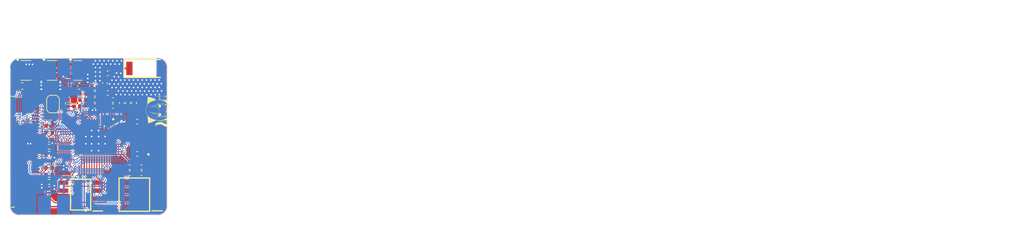
<source format=kicad_pcb>
(kicad_pcb (version 20240108) (generator "pcbnew") (generator_version "8.0")
  (layers (0 "F.Cu" signal) (31 "B.Cu" signal) (34 "B.Paste" user) (35 "F.Paste" user) (36 "B.SilkS" user "B.Silkscreen") (37 "F.SilkS" user "F.Silkscreen") (38 "B.Mask" user) (39 "F.Mask" user) (44 "Edge.Cuts" user))
  (net 0 "")
  (net 1 "/SDIO_D1")
  (net 2 "/IO2")
  (net 3 "/CSI_MCLK")
  (net 4 "/CAP2")
  (net 5 "+3.3V")
  (net 6 "/CSI_D0")
  (net 7 "/CSI_PCLK")
  (net 8 "/SDIO_D3")
  (net 9 "/CSI_D4")
  (net 10 "/IO14")
  (net 11 "/Sensor_CAPP")
  (net 12 "/XTAL_P")
  (net 13 "+3.3VADC")
  (net 14 "/CAM_PWR")
  (net 15 "/CSI_HSYNC")
  (net 16 "/XTAL_N")
  (net 17 "/IO4")
  (net 18 "/CSI_D1")
  (net 19 "/CSI_D3")
  (net 20 "/CSI_D7")
  (net 21 "/CSI_D2")
  (net 22 "/RST")
  (net 23 "/IO12")
  (net 24 "/SDIO_CMD")
  (net 25 "/U0RXD")
  (net 26 "/CSI_D5")
  (net 27 "/U0TXD")
  (net 28 "/SDIO_D0")
  (net 29 "/CSI_D6")
  (net 30 "/IO15")
  (net 31 "/SDIO_D2")
  (net 32 "/IO13")
  (net 33 "GND")
  (net 34 "/LNA_IN")
  (net 35 "VDD_SDIO")
  (net 36 "/Sensor_CAPN")
  (net 37 "/SDIO_CLK")
  (net 38 "/CAP1")
  (net 39 "/CSI_VSYNC")
  (net 40 "CAM_3.3V")
  (net 41 "CSI_1.8V")
  (net 42 "/CAM_RST")
  (net 43 "/PSRAM_CS")
  (net 44 "/TWI_SCL")
  (net 45 "/PSRAM_CLK")
  (net 46 "/LED")
  (net 47 "/TWI_SDA")
  (net 48 "CSI_2.8V")
  (net 49 "Net-(Q1-G)")
  (net 52 "Net-(J1-Pin_17)")
  (net 54 "Net-(ANT1-FEED)")
  (footprint "Resistor_SMD:R_0402_1005Metric" (layer "F.Cu") (at 30 74.688888)
    (property "Reference" "R1" (hide yes))
    (property "Value" "10K" (hide yes))
  )
  (footprint "Capacitor_SMD:C_0402_1005Metric" (layer "F.Cu") (at 37.25 70.45 180)
    (property "Reference" "C10" (hide yes))
    (property "Value" "10uF" (hide yes))
  )
  (footprint "Capacitor_SMD:C_0402_1005Metric" (layer "F.Cu") (at 44.64 80.16 180)
    (property "Reference" "C11" (hide yes))
    (property "Value" "10uF" (hide yes))
  )
  (footprint "Capacitor_SMD:C_0402_1005Metric" (layer "F.Cu") (at 39.29 68.38)
    (property "Reference" "C1" (hide yes))
    (property "Value" "3.9pF" (hide yes))
  )
  (footprint "Capacitor_SMD:C_0402_1005Metric" (layer "F.Cu") (at 30 79.15444)
    (property "Reference" "C23" (hide yes))
    (property "Value" "0.1uF" (hide yes))
  )
  (footprint "Resistor_SMD:R_0402_1005Metric" (layer "F.Cu") (at 30 80.268328 180)
    (property "Reference" "R3" (hide yes))
    (property "Value" "4K7" (hide yes))
  )
  (footprint "SamacSys_Parts:SOIC127P600X175-8N" (layer "F.Cu") (at 34.99 84.53 180)
    (property "Reference" "IC3" (hide yes))
    (property "Value" "IPS6404L-SQ-SPN" (hide yes))
  )
  (footprint "Resistor_SMD:R_0402_1005Metric" (layer "F.Cu") (at 35.35 68.52)
    (property "Reference" "R6" (hide yes))
    (property "Value" "1K" (hide yes))
  )
  (footprint "Capacitor_SMD:C_0402_1005Metric" (layer "F.Cu") (at 35.36 69.49 180)
    (property "Reference" "C13" (hide yes))
    (property "Value" "270pF" (hide yes))
  )
  (footprint "Capacitor_SMD:C_0402_1005Metric" (layer "F.Cu") (at 39.29 65.26)
    (property "Reference" "C6" (hide yes))
    (property "Value" "2.4pF" (hide yes))
  )
  (footprint "Capacitor_SMD:C_0402_1005Metric" (layer "F.Cu") (at 42.77 80.17)
    (property "Reference" "C17" (hide yes))
    (property "Value" "1uF" (hide yes))
  )
  (footprint "Capacitor_SMD:C_0402_1005Metric" (layer "F.Cu") (at 35.36 70.46 180)
    (property "Reference" "C14" (hide yes))
    (property "Value" "270pF" (hide yes))
  )
  (footprint "SamacSys_Parts:YSX321SL" (layer "F.Cu") (at 44.74 75.44 90)
    (property "Reference" "Y1" (hide yes))
    (property "Value" "YSX321SL_40Mhz" (hide yes))
  )
  (footprint "Capacitor_SMD:C_0603_1608Metric" (layer "F.Cu") (at 31.755 67.27)
    (property "Reference" "C27" (hide yes))
    (property "Value" "1uF" (hide yes))
  )
  (footprint "Capacitor_SMD:C_0402_1005Metric" (layer "F.Cu") (at 30 83.62)
    (property "Reference" "C29" (hide yes))
    (property "Value" "0.1uF" (hide yes))
  )
  (footprint "SamacSys_Parts:ANTC5020X127N" (layer "F.Cu") (at 45.175 64.475)
    (property "Reference" "ANT1" (hide yes))
    (property "Value" "AN2051-245" (hide yes))
  )
  (footprint "Connector_FFC-FPC:TE_2-1734839-4_1x24-1MP_P0.5mm_Horizontal" (layer "F.Cu") (at 26.48 77.72 -90)
    (property "Reference" "J1" (hide yes))
    (property "Value" "OV2640" (hide yes))
  )
  (footprint "Capacitor_SMD:C_0402_1005Metric" (layer "F.Cu") (at 30 75.802776)
    (property "Reference" "C25" (hide yes))
    (property "Value" "0.1uF" (hide yes))
  )
  (footprint "Capacitor_SMD:C_0402_1005Metric" (layer "F.Cu") (at 40.11 70.46)
    (property "Reference" "C2" (hide yes))
    (property "Value" "0.1uF" (hide yes))
  )
  (footprint "Resistor_SMD:R_0402_1005Metric" (layer "F.Cu") (at 30 82.506104)
    (property "Reference" "R10" (hide yes))
    (property "Value" "10K" (hide yes))
  )
  (footprint "Inductor_SMD:L_0402_1005Metric_Pad0.77x0.64mm_HandSolder" (layer "F.Cu") (at 41.74 72.89 -90)
    (property "Reference" "L2" (hide yes))
    (property "Value" "0R" (hide yes))
  )
  (footprint "Resistor_SMD:R_0402_1005Metric" (layer "F.Cu") (at 30 81.392216 180)
    (property "Reference" "R4" (hide yes))
    (property "Value" "4K7" (hide yes))
  )
  (footprint "Capacitor_SMD:C_0402_1005Metric" (layer "F.Cu") (at 37.25 69.48 180)
    (property "Reference" "C8" (hide yes))
    (property "Value" "0.1uF" (hide yes))
  )
  (footprint "Resistor_SMD:R_0402_1005Metric" (layer "F.Cu") (at 43.46 69.97 90)
    (property "Reference" "R2" (hide yes))
    (property "Value" "20K" (hide yes))
  )
  (footprint "Package_TO_SOT_SMD:SOT-23-3" (layer "F.Cu") (at 30.4675 64.79)
    (property "Reference" "U1" (hide yes))
    (property "Value" "XC6206P282MR" (hide yes))
  )
  (footprint "Capacitor_SMD:C_0402_1005Metric" (layer "F.Cu") (at 37.25 68.51 180)
    (property "Reference" "C7" (hide yes))
    (property "Value" "0.1uF" (hide yes))
  )
  (footprint "Package_TO_SOT_SMD:SOT-23" (layer "F.Cu") (at 34.5375 64.79)
    (property "Reference" "Q1" (hide yes))
    (property "Value" "AO3401A" (hide yes))
  )
  (footprint "Capacitor_SMD:C_0402_1005Metric" (layer "F.Cu") (at 43.95 72.93)
    (property "Reference" "C12" (hide yes))
    (property "Value" "12pF" (hide yes))
  )
  (footprint "SamacSys_Parts:QFN40P600X600X90-49N-D" (layer "F.Cu") (at 37.36 75.93 -90)
    (property "Reference" "IC2" (hide yes))
    (property "Value" "ESP32-D0WD" (hide yes))
  )
  (footprint "Capacitor_SMD:C_0603_1608Metric" (layer "F.Cu") (at 34.765 67.27)
    (property "Reference" "C28" (hide yes))
    (property "Value" "1uF" (hide yes))
  )
  (footprint "Package_TO_SOT_SMD:SOT-23-3" (layer "F.Cu") (at 26.3125 64.79)
    (property "Reference" "U2" (hide yes))
    (property "Value" "XC6206P122MR" (hide yes))
  )
  (footprint "Capacitor_SMD:C_0402_1005Metric" (layer "F.Cu") (at 42.49 69.97 90)
    (property "Reference" "C19" (hide yes))
    (property "Value" "3nF" (hide yes))
  )
  (footprint "Capacitor_SMD:C_0402_1005Metric" (layer "F.Cu") (at 43.95 78.05)
    (property "Reference" "C4" (hide yes))
    (property "Value" "12pF" (hide yes))
  )
  (footprint "SamacSys_Parts:SOIC127P790X216-8N" (layer "F.Cu") (at 43.51 84.53 180)
    (property "Reference" "IC1" (hide yes))
    (property "Value" "W25Q32JVSSIQ" (hide yes))
  )
  (footprint "Capacitor_SMD:C_0402_1005Metric" (layer "F.Cu") (at 44.64 81.13 180)
    (property "Reference" "C9" (hide yes))
    (property "Value" "0.1uF" (hide yes))
  )
  (footprint "Capacitor_SMD:C_0402_1005Metric" (layer "F.Cu") (at 33.94 70.01 90)
    (property "Reference" "C21" (hide yes))
    (property "Value" "0.1uF" (hide yes))
  )
  (footprint "Resistor_SMD:R_0402_1005Metric" (layer "F.Cu") (at 30 78.040552 180)
    (property "Reference" "R7" (hide yes))
    (property "Value" "4K7" (hide yes))
  )
  (footprint "Capacitor_SMD:C_0402_1005Metric" (layer "F.Cu") (at 42.77 81.13 180)
    (property "Reference" "C16" (hide yes))
    (property "Value" "0.1uF" (hide yes))
  )
  (footprint "Capacitor_SMD:C_0603_1608Metric" (layer "F.Cu") (at 28.745 67.28)
    (property "Reference" "C26" (hide yes))
    (property "Value" "1uF" (hide yes))
  )
  (footprint "Capacitor_SMD:C_0402_1005Metric" (layer "F.Cu") (at 30 73.575)
    (property "Reference" "C24" (hide yes))
    (property "Value" "15pF" (hide yes))
  )
  (footprint "Resistor_SMD:R_0402_1005Metric" (layer "F.Cu") (at 30 76.916664)
    (property "Reference" "R9" (hide yes))
    (property "Value" "1K" (hide yes))
  )
  (footprint "Capacitor_SMD:C_0402_1005Metric" (layer "F.Cu") (at 41.53 69.97 90)
    (property "Reference" "C20" (hide yes))
    (property "Value" "10nF" (hide yes))
  )
  (footprint "Resistor_SMD:R_0402_1005Metric" (layer "F.Cu") (at 37.26 67.53)
    (property "Reference" "R8" (hide yes))
    (property "Value" "10K" (hide yes))
  )
  (footprint "Resistor_SMD:R_0402_1005Metric" (layer "F.Cu") (at 32.96 70.02 -90)
    (property "Reference" "R5" (hide yes))
    (property "Value" "10K" (hide yes))
  )
  (footprint "SamacSys_Parts:nya_mini" (layer "F.Cu") (at 47.259816 71.110002 90)
    (property "Reference" "" (hide yes))
    (property "Value" "" (hide yes))
  )
  (footprint "Jumper:SolderJumper-2_P1.3mm_Open_RoundedPad1.0x1.5mm" (layer "F.Cu") (at 30.61 70.14 90)
    (property "Reference" "JP1" (hide yes))
    (property "Value" "EN" (hide yes))
  )
  (footprint "Capacitor_SMD:C_0603_1608Metric" (layer "F.Cu") (at 25.74 67.28)
    (property "Reference" "C30" (hide yes))
    (property "Value" "1uF" (hide yes))
  )
  (footprint "Inductor_SMD:L_0402_1005Metric_Pad0.77x0.64mm_HandSolder" (layer "F.Cu") (at 38.85 66.82 90)
    (property "Reference" "L1" (hide yes))
    (property "Value" "2.7nH" (hide yes))
  )
  (footprint "Capacitor_SMD:C_0402_1005Metric" (layer "F.Cu") (at 40.11 69.49)
    (property "Reference" "C5" (hide yes))
    (property "Value" "1uF" (hide yes))
  )
  (gr_arc (start 48.729352 86.299353) (mid 48.29 87.36) (end 47.229353 87.799352) (stroke (width 0.1)) (layer "Edge.Cuts"))
  (gr_arc (start 47.229341 62.79066) (mid 48.289989 63.230011) (end 48.72934 64.290659) (stroke (width 0.1)) (layer "Edge.Cuts"))
  (gr_arc (start 25.270647 87.80004) (mid 24.21 87.360688) (end 23.770648 86.300041) (stroke (width 0.1)) (layer "Edge.Cuts"))
  (gr_arc (start 23.77066 64.35066) (mid 24.21 63.29) (end 25.27066 62.85066) (stroke (width 0.1)) (layer "Edge.Cuts"))
  (gr_line (start 23.770648 86.300041) (end 23.77066 64.35066) (stroke (width 0.05)) (layer "Edge.Cuts"))
  (gr_line (start 47.229353 87.799352) (end 25.270647 87.80004) (stroke (width 0.05)) (layer "Edge.Cuts"))
  (gr_line (start 48.72934 64.290659) (end 48.729352 86.299353) (stroke (width 0.05)) (layer "Edge.Cuts"))
  (gr_line (start 25.27066 62.85066) (end 47.229341 62.79066) (stroke (width 0.05)) (layer "Edge.Cuts"))
  (segment (start 32.278 82.625) (end 32.278 83.118) (width 0.15) (layer "F.Cu") (net 1))
  (segment (start 39.055 82.685) (end 39.91 82.685) (width 0.15) (layer "F.Cu") (net 1))
  (segment (start 39.91 81.67) (end 39.91 82.625) (width 0.15) (layer "F.Cu") (net 1))
  (segment (start 38.36 78.88) (end 38.36 81.25) (width 0.15) (layer "F.Cu") (net 1))
  (segment (start 38.54 83.2) (end 39.055 82.685) (width 0.15) (layer "F.Cu") (net 1))
  (segment (start 32.36 83.2) (end 38.54 83.2) (width 0.15) (layer "F.Cu") (net 1))
  (segment (start 39.71 81.47) (end 39.91 81.67) (width 0.15) (layer "F.Cu") (net 1))
  (segment (start 32.278 83.118) (end 32.36 83.2) (width 0.15) (layer "F.Cu") (net 1))
  (segment (start 38.36 81.25) (end 38.58 81.47) (width 0.15) (layer "F.Cu") (net 1))
  (segment (start 38.58 81.47) (end 39.71 81.47) (width 0.15) (layer "F.Cu") (net 1))
  (segment (start 31.496 72.93) (end 31.496 73.318358) (width 0.15) (layer "F.Cu") (net 3))
  (segment (start 29.822893 74.9) (end 29.611781 74.688888) (width 0.15) (layer "F.Cu") (net 3))
  (segment (start 29.49 74.688888) (end 29.481112 74.688888) (width 0.15) (layer "F.Cu") (net 3))
  (segment (start 31.598 70.79) (end 31.75 70.942) (width 0.15) (layer "F.Cu") (net 3))
  (segment (start 28.53 77.47) (end 27.83 77.47) (width 0.15) (layer "F.Cu") (net 3))
  (segment (start 31.75 70.942) (end 31.75 71.374) (width 0.15) (layer "F.Cu") (net 3))
  (segment (start 28.8 77.2) (end 28.53 77.47) (width 0.15) (layer "F.Cu") (net 3))
  (segment (start 28.8 75.37) (end 28.8 77.2) (width 0.15) (layer "F.Cu") (net 3))
  (segment (start 30.61 70.79) (end 31.598 70.79) (width 0.15) (layer "F.Cu") (net 3))
  (segment (start 30.010888 74.168) (end 29.49 74.688888) (width 0.15) (layer "F.Cu") (net 3))
  (segment (start 29.481112 74.688888) (end 28.8 75.37) (width 0.15) (layer "F.Cu") (net 3))
  (segment (start 34.41 77.73) (end 33.76 77.73) (width 0.15) (layer "F.Cu") (net 3))
  (segment (start 31.496 73.318358) (end 30.646358 74.168) (width 0.15) (layer "F.Cu") (net 3))
  (segment (start 29.611781 74.688888) (end 29.49 74.688888) (width 0.15) (layer "F.Cu") (net 3))
  (segment (start 30.646358 74.168) (end 30.010888 74.168) (width 0.15) (layer "F.Cu") (net 3))
  (via (at 31.75 71.374) (size 0.45) (drill 0.25) (layers "F.Cu" "B.Cu") (net 3))
  (via (at 31.496 72.93) (size 0.45) (drill 0.25) (layers "F.Cu" "B.Cu") (net 3))
  (via (at 29.822893 74.9) (size 0.45) (drill 0.25) (layers "F.Cu" "B.Cu") (net 3))
  (via (at 33.76 77.73) (size 0.45) (drill 0.25) (layers "F.Cu" "B.Cu") (net 3))
  (segment (start 31.75 72.676) (end 31.496 72.93) (width 0.15) (layer "B.Cu") (net 3))
  (segment (start 29.94 75.55) (end 31.05 75.55) (width 0.15) (layer "B.Cu") (net 3))
  (segment (start 31.41 77.73) (end 33.76 77.73) (width 0.15) (layer "B.Cu") (net 3))
  (segment (start 31.05 75.55) (end 31.22 75.72) (width 0.15) (layer "B.Cu") (net 3))
  (segment (start 29.822893 75.432893) (end 29.94 75.55) (width 0.15) (layer "B.Cu") (net 3))
  (segment (start 31.75 71.374) (end 31.75 72.676) (width 0.15) (layer "B.Cu") (net 3))
  (segment (start 31.22 75.72) (end 31.22 77.54) (width 0.15) (layer "B.Cu") (net 3))
  (segment (start 31.22 77.54) (end 31.41 77.73) (width 0.15) (layer "B.Cu") (net 3))
  (segment (start 29.822893 74.9) (end 29.822893 75.432893) (width 0.15) (layer "B.Cu") (net 3))
  (segment (start 43.46 70.48) (end 42.52 70.48) (width 0.15) (layer "F.Cu") (net 4))
  (segment (start 42.52 70.48) (end 42.49 70.45) (width 0.15) (layer "F.Cu") (net 4))
  (segment (start 41.1 71.76) (end 42.41 70.45) (width 0.15) (layer "F.Cu") (net 4))
  (segment (start 41.1 73.915) (end 41.1 71.76) (width 0.15) (layer "F.Cu") (net 4))
  (segment (start 40.885 74.13) (end 41.1 73.915) (width 0.15) (layer "F.Cu") (net 4))
  (segment (start 42.41 70.45) (end 42.49 70.45) (width 0.15) (layer "F.Cu") (net 4))
  (segment (start 40.31 74.13) (end 40.885 74.13) (width 0.15) (layer "F.Cu") (net 4))
  (segment (start 38.36 72.98) (end 38.36 73.505) (width 0.2) (layer "F.Cu") (net 5))
  (segment (start 35.36 78.13) (end 40.31 78.13) (width 0.2) (layer "F.Cu") (net 5))
  (segment (start 29.52 85.7) (end 29.52 83.62) (width 0.2) (layer "F.Cu") (net 5))
  (segment (start 34.41 76.13) (end 33.86946 76.13) (width 0.2) (layer "F.Cu") (net 5))
  (segment (start 29.49 82.412216) (end 30.51 81.392216) (width 0.2) (layer "F.Cu") (net 5))
  (segment (start 33.86946 76.13) (end 33.679023 76.320437) (width 0.2) (layer "F.Cu") (net 5))
  (segment (start 35.2 76.1) (end 35.2 77.97) (width 0.2) (layer "F.Cu") (net 5))
  (segment (start 27.83 78.47) (end 28.44 78.47) (width 0.2) (layer "F.Cu") (net 5))
  (segment (start 29.52 85.7) (end 30.255 86.435) (width 0.2) (layer "F.Cu") (net 5))
  (segment (start 30.62 75.15) (end 30.62 74.798888) (width 0.2) (layer "F.Cu") (net 5))
  (segment (start 32.26 65.74) (end 32.25 65.75) (width 0.3) (layer "F.Cu") (net 5))
  (segment (start 41.67 78.13) (end 42.76 79.22) (width 0.2) (layer "F.Cu") (net 5))
  (segment (start 38.76 73.64) (end 38.75 73.65) (width 0.2) (layer "F.Cu") (net 5))
  (segment (start 33.6 66.25) (end 33.25 66.6) (width 0.3) (layer "F.Cu") (net 5))
  (segment (start 37.3 67.05) (end 37.3 67.06) (width 0.3) (layer "F.Cu") (net 5))
  (segment (start 30.51 74.812776) (end 30.51 74.688888) (width 0.2) (layer "F.Cu") (net 5))
  (segment (start 30 77.530552) (end 30 76.282776) (width 0.2) (layer "F.Cu") (net 5))
  (segment (start 45.12 79.48) (end 45.12 80.16) (width 0.2) (layer "F.Cu") (net 5))
  (segment (start 33.25 66.6) (end 33.25 68.4) (width 0.3) (layer "F.Cu") (net 5))
  (segment (start 35.2 76.1) (end 35.17 76.13) (width 0.2) (layer "F.Cu") (net 5))
  (segment (start 38.76 72.98) (end 38.76 73.64) (width 0.2) (layer "F.Cu") (net 5))
  (segment (start 37.74 67.53) (end 37.74 70.44) (width 0.3) (layer "F.Cu") (net 5))
  (segment (start 29.52 75.802776) (end 30.51 74.812776) (width 0.2) (layer "F.Cu") (net 5))
  (segment (start 38.36 72.98) (end 38.36 71.38) (width 0.2) (layer "F.Cu") (net 5))
  (segment (start 33.25 68.4) (end 32.96 68.69) (width 0.3) (layer "F.Cu") (net 5))
  (segment (start 38.36 71.38) (end 37.73 70.75) (width 0.2) (layer "F.Cu") (net 5))
  (segment (start 30 76.282776) (end 29.52 75.802776) (width 0.2) (layer "F.Cu") (net 5))
  (segment (start 30 78.550552) (end 30.51 78.040552) (width 0.2) (layer "F.Cu") (net 5))
  (segment (start 41.74 72.3175) (end 41.74 72.521632) (width 0.2) (layer "F.Cu") (net 5))
  (segment (start 38.76 72.98) (end 38.36 72.98) (width 0.2) (layer "F.Cu") (net 5))
  (segment (start 30.255 86.435) (end 32.278 86.435) (width 0.2) (layer "F.Cu") (net 5))
  (segment (start 30.51 80.268328) (end 30 79.758328) (width 0.2) (layer "F.Cu") (net 5))
  (segment (start 33.6 65.74) (end 33.6 66.25) (width 0.3) (layer "F.Cu") (net 5))
  (segment (start 33.6 65.74) (end 32.26 65.74) (width 0.3) (layer "F.Cu") (net 5))
  (segment (start 32.96 68.69) (end 32.96 69.51) (width 0.3) (layer "F.Cu") (net 5))
  (segment (start 44.86 79.22) (end 45.12 79.48) (width 0.2) (layer "F.Cu") (net 5))
  (segment (start 30 79.758328) (end 30 78.550552) (width 0.2) (layer "F.Cu") (net 5))
  (segment (start 41.74 72.521632) (end 41.5 72.761632) (width 0.2) (layer "F.Cu") (net 5))
  (segment (start 35.2 73.89) (end 35.2 76.1) (width 0.2) (layer "F.Cu") (net 5))
  (segment (start 29.49 82.506104) (end 29.49 83.59) (width 0.2) (layer "F.Cu") (net 5))
  (segment (start 40.31 78.13) (end 41.67 78.13) (width 0.2) (layer "F.Cu") (net 5))
  (segment (start 38.165 73.7) (end 35.39 73.7) (width 0.2) (layer "F.Cu") (net 5))
  (segment (start 38.36 73.505) (end 38.165 73.7) (width 0.2) (layer "F.Cu") (net 5))
  (segment (start 45.12 81.13) (end 45.12 80.16) (width 0.2) (layer "F.Cu") (net 5))
  (segment (start 30.62 74.798888) (end 30.51 74.688888) (width 0.2) (layer "F.Cu") (net 5))
  (segment (start 35.2 77.97) (end 35.36 78.13) (width 0.2) (layer "F.Cu") (net 5))
  (segment (start 30.51 78.040552) (end 30 77.530552) (width 0.2) (layer "F.Cu") (net 5))
  (segment (start 35.17 76.13) (end 34.41 76.13) (width 0.2) (layer "F.Cu") (net 5))
  (segment (start 37.3 67.06) (end 37.77 67.53) (width 0.3) (layer "F.Cu") (net 5))
  (segment (start 37.73 70.75) (end 37.73 70.45) (width 0.2) (layer "F.Cu") (net 5))
  (segment (start 42.76 79.22) (end 44.86 79.22) (width 0.2) (layer "F.Cu") (net 5))
  (segment (start 37.74 70.44) (end 37.73 70.45) (width 0.3) (layer "F.Cu") (net 5))
  (segment (start 29.49 82.506104) (end 29.49 82.412216) (width 0.2) (layer "F.Cu") (net 5))
  (segment (start 29.49 83.59) (end 29.52 83.62) (width 0.2) (layer "F.Cu") (net 5))
  (segment (start 30.51 80.268328) (end 30.51 81.392216) (width 0.2) (layer "F.Cu") (net 5))
  (segment (start 35.39 73.7) (end 35.2 73.89) (width 0.2) (layer "F.Cu") (net 5))
  (via (at 38.75 73.65) (size 0.45) (drill 0.25) (layers "F.Cu" "B.Cu") (net 5))
  (via (at 30.02 78.55) (size 0.45) (drill 0.25) (layers "F.Cu" "B.Cu") (net 5))
  (via (at 33.679023 76.320437) (size 0.45) (drill 0.25) (layers "F.Cu" "B.Cu") (net 5))
  (via (at 41.5 72.761632) (size 0.45) (drill 0.25) (layers "F.Cu" "B.Cu") (net 5))
  (via (at 32.25 65.75) (size 0.45) (drill 0.25) (layers "F.Cu" "B.Cu") (net 5))
  (via (at 28.44 78.47) (size 0.45) (drill 0.25) (layers "F.Cu" "B.Cu") (net 5))
  (via (at 30.62 75.15) (size 0.45) (drill 0.25) (layers "F.Cu" "B.Cu") (net 5))
  (via (at 37.3 67.05) (size 0.45) (drill 0.25) (layers "F.Cu" "B.Cu") (net 5))
  (segment (start 31.495 76.135) (end 31.495 75.261481) (width 0.2) (layer "B.Cu") (net 5))
  (segment (start 32.25 66.5) (end 32.25 65.75) (width 0.3) (layer "B.Cu") (net 5))
  (segment (start 28.44 78.47) (end 29.94 78.47) (width 0.2) (layer "B.Cu") (net 5))
  (segment (start 31.495 75.261481) (end 31.383519 75.15) (width 0.2) (layer "B.Cu") (net 5))
  (segment (start 33.679023 76.320437) (end 31.680437 76.320437) (width 0.2) (layer "B.Cu") (net 5))
  (segment (start 37.3 67.05) (end 32.8 67.05) (width 0.3) (layer "B.Cu") (net 5))
  (segment (start 31.383519 75.15) (end 30.62 75.15) (width 0.2) (layer "B.Cu") (net 5))
  (segment (start 29.94 78.47) (end 30.02 78.55) (width 0.2) (layer "B.Cu") (net 5))
  (segment (start 31.680437 76.320437) (end 31.495 76.135) (width 0.2) (layer "B.Cu") (net 5))
  (segment (start 32.8 67.05) (end 32.25 66.5) (width 0.3) (layer "B.Cu") (net 5))
  (segment (start 32.94 79.260127) (end 32.28 78.600127) (width 0.15) (layer "F.Cu") (net 6))
  (segment (start 32.28 78.600127) (end 32.28 76.362045) (width 0.15) (layer "F.Cu") (net 6))
  (segment (start 32.94 79.49113) (end 32.94 79.260127) (width 0.15) (layer "F.Cu") (net 6))
  (segment (start 38.76 78.88) (end 38.76 79.927683) (width 0.15) (layer "F.Cu") (net 6))
  (segment (start 28.49 74.5) (end 27.86 74.5) (width 0.15) (layer "F.Cu") (net 6))
  (segment (start 31.92 76.002045) (end 31.92 75.437522) (width 0.15) (layer "F.Cu") (net 6))
  (segment (start 32.28 76.362045) (end 31.92 76.002045) (width 0.15) (layer "F.Cu") (net 6))
  (segment (start 27.86 74.5) (end 27.83 74.47) (width 0.15) (layer "F.Cu") (net 6))
  (via (at 38.76 79.927683) (size 0.45) (drill 0.25) (layers "F.Cu" "B.Cu") (net 6))
  (via (at 28.49 74.5) (size 0.45) (drill 0.25) (layers "F.Cu" "B.Cu") (net 6))
  (via (at 32.94 79.49113) (size 0.45) (drill 0.25) (layers "F.Cu" "B.Cu") (net 6))
  (via (at 31.92 75.437522) (size 0.45) (drill 0.25) (layers "F.Cu" "B.Cu") (net 6))
  (segment (start 31.92 74.75) (end 31.92 75.437522) (width 0.15) (layer "B.Cu") (net 6))
  (segment (start 28.49 74.5) (end 31.67 74.5) (width 0.15) (layer "B.Cu") (net 6))
  (segment (start 38.76 80.138515) (end 38.754201 80.144314) (width 0.15) (layer "B.Cu") (net 6))
  (segment (start 38.754201 80.144314) (end 38.754201 80.345799) (width 0.15) (layer "B.Cu") (net 6))
  (segment (start 31.67 74.5) (end 31.92 74.75) (width 0.15) (layer "B.Cu") (net 6))
  (segment (start 38.754201 80.345799) (end 38.67 80.43) (width 0.15) (layer "B.Cu") (net 6))
  (segment (start 38.76 79.927683) (end 38.76 80.138515) (width 0.15) (layer "B.Cu") (net 6))
  (segment (start 33.87887 80.43) (end 32.94 79.49113) (width 0.15) (layer "B.Cu") (net 6))
  (segment (start 38.67 80.43) (end 33.87887 80.43) (width 0.15) (layer "B.Cu") (net 6))
  (segment (start 41.49 77.33) (end 40.31 77.33) (width 0.15) (layer "F.Cu") (net 7))
  (segment (start 33.905662 78.949894) (end 34.037972 79.082204) (width 0.15) (layer "F.Cu") (net 7))
  (segment (start 28.92 74.175) (end 28.92 74.87) (width 0.15) (layer "F.Cu") (net 7))
  (segment (start 28.92 74.87) (end 28.32 75.47) (width 0.15) (layer "F.Cu") (net 7))
  (segment (start 29.958953 73.138297) (end 29.956703 73.138297) (width 0.15) (layer "F.Cu") (net 7))
  (segment (start 29.956703 73.138297) (end 29.52 73.575) (width 0.15) (layer "F.Cu") (net 7))
  (segment (start 33.03 75.83) (end 33.03 78.289466) (width 0.15) (layer "F.Cu") (net 7))
  (segment (start 33.256671 75.603329) (end 33.03 75.83) (width 0.15) (layer "F.Cu") (net 7))
  (segment (start 28.32 75.47) (end 27.83 75.47) (width 0.15) (layer "F.Cu") (net 7))
  (segment (start 33.03 78.289466) (end 33.690428 78.949894) (width 0.15) (layer "F.Cu") (net 7))
  (segment (start 33.690428 78.949894) (end 33.905662 78.949894) (width 0.15) (layer "F.Cu") (net 7))
  (segment (start 34.037972 79.082204) (end 34.220439 79.082204) (width 0.15) (layer "F.Cu") (net 7))
  (segment (start 29.52 73.575) (end 28.92 74.175) (width 0.15) (layer "F.Cu") (net 7))
  (segment (start 33.256671 75.32964) (end 33.256671 75.603329) (width 0.15) (layer "F.Cu") (net 7))
  (via (at 34.220439 79.082204) (size 0.45) (drill 0.25) (layers "F.Cu" "B.Cu") (net 7))
  (via (at 29.958953 73.138297) (size 0.45) (drill 0.25) (layers "F.Cu" "B.Cu") (net 7))
  (via (at 41.49 77.33) (size 0.45) (drill 0.25) (layers "F.Cu" "B.Cu") (net 7))
  (via (at 33.256671 75.32964) (size 0.45) (drill 0.25) (layers "F.Cu" "B.Cu") (net 7))
  (segment (start 34.220439 79.082204) (end 34.662643 78.64) (width 0.15) (layer "B.Cu") (net 7))
  (segment (start 41 78.64) (end 41.49 78.15) (width 0.15) (layer "B.Cu") (net 7))
  (segment (start 30.13 73.75) (end 29.958953 73.578953) (width 0.15) (layer "B.Cu") (net 7))
  (segment (start 34.662643 78.64) (end 41 78.64) (width 0.15) (layer "B.Cu") (net 7))
  (segment (start 33.256671 75.026012) (end 31.980659 73.75) (width 0.15) (layer "B.Cu") (net 7))
  (segment (start 41.49 78.15) (end 41.49 77.33) (width 0.15) (layer "B.Cu") (net 7))
  (segment (start 29.958953 73.578953) (end 29.958953 73.138297) (width 0.15) (layer "B.Cu") (net 7))
  (segment (start 33.256671 75.32964) (end 33.256671 75.026012) (width 0.15) (layer "B.Cu") (net 7))
  (segment (start 31.980659 73.75) (end 30.13 73.75) (width 0.15) (layer "B.Cu") (net 7))
  (segment (start 36.76 78.88) (end 36.76 81.84) (width 0.15) (layer "F.Cu") (net 8))
  (segment (start 36.315 83.895) (end 37.702 83.895) (width 0.15) (layer "F.Cu") (net 8))
  (segment (start 36.17 83.84) (end 36.26 83.84) (width 0.15) (layer "F.Cu") (net 8))
  (segment (start 44.46 83.28) (end 45.135 83.955) (width 0.15) (layer "F.Cu") (net 8))
  (segment (start 36.26 83.84) (end 36.315 83.895) (width 0.15) (layer "F.Cu") (net 8))
  (segment (start 45.135 83.955) (end 47.11 83.955) (width 0.15) (layer "F.Cu") (net 8))
  (segment (start 36.76 81.84) (end 36.17 82.43) (width 0.15) (layer "F.Cu") (net 8))
  (segment (start 37.702 83.895) (end 38.338808 83.895) (width 0.15) (layer "F.Cu") (net 8))
  (segment (start 38.953808 83.28) (end 44.46 83.28) (width 0.15) (layer "F.Cu") (net 8))
  (segment (start 36.17 82.43) (end 36.17 82.8) (width 0.15) (layer "F.Cu") (net 8))
  (segment (start 38.338808 83.895) (end 38.953808 83.28) (width 0.15) (layer "F.Cu") (net 8))
  (via (at 36.17 82.8) (size 0.45) (drill 0.25) (layers "F.Cu" "B.Cu") (net 8))
  (via (at 36.17 83.84) (size 0.45) (drill 0.25) (layers "F.Cu" "B.Cu") (net 8))
  (segment (start 36.17 82.8) (end 36.17 83.84) (width 0.15) (layer "B.Cu") (net 8))
  (segment (start 36.315 71.252892) (end 36.690108 71.628) (width 0.15) (layer "F.Cu") (net 9))
  (segment (start 36.690108 71.628) (end 37.592 71.628) (width 0.15) (layer "F.Cu") (net 9))
  (segment (start 26.97 74.97) (end 27.83 74.97) (width 0.15) (layer "F.Cu") (net 9))
  (segment (start 36.315 69.965) (end 36.315 71.252892) (width 0.15) (layer "F.Cu") (net 9))
  (segment (start 29.72 72.03) (end 32.67 72.03) (width 0.15) (layer "F.Cu") (net 9))
  (segment (start 37.96 71.996) (end 37.96 72.98) (width 0.15) (layer "F.Cu") (net 9))
  (segment (start 26.72 74.72) (end 26.97 74.97) (width 0.15) (layer "F.Cu") (net 9))
  (segment (start 26.72 72.29) (end 26.72 74.72) (width 0.15) (layer "F.Cu") (net 9))
  (segment (start 26.75 72.26) (end 26.72 72.29) (width 0.15) (layer "F.Cu") (net 9))
  (segment (start 32.67 72.03) (end 33.16 71.54) (width 0.15) (layer "F.Cu") (net 9))
  (segment (start 35.84 69.49) (end 36.315 69.965) (width 0.15) (layer "F.Cu") (net 9))
  (segment (start 35.387394 69.032987) (end 35.387394 69.037394) (width 0.15) (layer "F.Cu") (net 9))
  (segment (start 37.592 71.628) (end 37.96 71.996) (width 0.15) (layer "F.Cu") (net 9))
  (segment (start 35.387394 69.037394) (end 35.84 69.49) (width 0.15) (layer "F.Cu") (net 9))
  (segment (start 28.74 71.05) (end 29.72 72.03) (width 0.15) (layer "F.Cu") (net 9))
  (via (at 28.74 71.05) (size 0.45) (drill 0.25) (layers "F.Cu" "B.Cu") (net 9))
  (via (at 35.387394 69.032987) (size 0.45) (drill 0.25) (layers "F.Cu" "B.Cu") (net 9))
  (via (at 33.16 71.54) (size 0.45) (drill 0.25) (layers "F.Cu" "B.Cu") (net 9))
  (via (at 26.75 72.26) (size 0.45) (drill 0.25) (layers "F.Cu" "B.Cu") (net 9))
  (segment (start 33.16 69.34) (end 33.467013 69.032987) (width 0.15) (layer "B.Cu") (net 9))
  (segment (start 26.75 72.26) (end 27.317868 72.26) (width 0.15) (layer "B.Cu") (net 9))
  (segment (start 27.317868 72.26) (end 28.527868 71.05) (width 0.15) (layer "B.Cu") (net 9))
  (segment (start 33.467013 69.032987) (end 35.387394 69.032987) (width 0.15) (layer "B.Cu") (net 9))
  (segment (start 33.16 71.54) (end 33.16 69.34) (width 0.15) (layer "B.Cu") (net 9))
  (segment (start 28.527868 71.05) (end 28.74 71.05) (width 0.15) (layer "B.Cu") (net 9))
  (segment (start 35.59 71.374) (end 36.082554 71.374) (width 0.15) (layer "F.Cu") (net 11))
  (segment (start 37.56 72.114314) (end 37.56 72.98) (width 0.15) (layer "F.Cu") (net 11))
  (segment (start 37.325686 71.88) (end 37.56 72.114314) (width 0.15) (layer "F.Cu") (net 11))
  (segment (start 36.588554 71.88) (end 37.325686 71.88) (width 0.15) (layer "F.Cu") (net 11))
  (segment (start 35.335 71.119) (end 35.59 71.374) (width 0.15) (layer "F.Cu") (net 11))
  (segment (start 35.335 69.945) (end 35.335 71.119) (width 0.15) (layer "F.Cu") (net 11))
  (segment (start 34.88 69.49) (end 35.335 69.945) (width 0.15) (layer "F.Cu") (net 11))
  (segment (start 36.082554 71.374) (end 36.588554 71.88) (width 0.15) (layer "F.Cu") (net 11))
  (segment (start 43.89 74.34) (end 43.815 74.415) (width 0.15) (layer "F.Cu") (net 12))
  (segment (start 43.815 74.415) (end 42.655 74.415) (width 0.15) (layer "F.Cu") (net 12))
  (segment (start 42.14 74.93) (end 40.31 74.93) (width 0.15) (layer "F.Cu") (net 12))
  (segment (start 43.47 72.93) (end 43.47 73.92) (width 0.15) (layer "F.Cu") (net 12))
  (segment (start 42.655 74.415) (end 42.14 74.93) (width 0.15) (layer "F.Cu") (net 12))
  (segment (start 43.47 73.92) (end 43.89 74.34) (width 0.15) (layer "F.Cu") (net 12))
  (segment (start 41.74 73.4625) (end 41.74 73.844999) (width 0.15) (layer "F.Cu") (net 13))
  (segment (start 39.56 74.53) (end 40.31 74.53) (width 0.2) (layer "F.Cu") (net 13))
  (segment (start 39.56 72.98) (end 39.56 70.53) (width 0.2) (layer "F.Cu") (net 13))
  (segment (start 40.31 75.73) (end 39.785 75.73) (width 0.2) (layer "F.Cu") (net 13))
  (segment (start 39.56 72.98) (end 39.56 74.405) (width 0.2) (layer "F.Cu") (net 13))
  (segment (start 39.785 75.73) (end 39.56 75.505) (width 0.2) (layer "F.Cu") (net 13))
  (segment (start 39.56 75.505) (end 39.56 74.405) (width 0.2) (layer "F.Cu") (net 13))
  (segment (start 41.74 73.844999) (end 41.054999 74.53) (width 0.15) (layer "F.Cu") (net 13))
  (segment (start 41.054999 74.53) (end 40.31 74.53) (width 0.15) (layer "F.Cu") (net 13))
  (segment (start 39.63 69.49) (end 39.63 70.46) (width 0.2) (layer "F.Cu") (net 13))
  (segment (start 39.56 74.405) (end 39.56 74.53) (width 0.2) (layer "F.Cu") (net 13))
  (segment (start 39.56 70.53) (end 39.63 70.46) (width 0.2) (layer "F.Cu") (net 13))
  (segment (start 34.862882 68.497118) (end 34.84 68.52) (width 0.15) (layer "F.Cu") (net 14))
  (segment (start 34.72 72.98) (end 34.7 73) (width 0.15) (layer "F.Cu") (net 14))
  (segment (start 35.263507 68.497118) (end 34.862882 68.497118) (width 0.15) (layer "F.Cu") (net 14))
  (segment (start 35.16 72.98) (end 34.72 72.98) (width 0.15) (layer "F.Cu") (net 14))
  (via (at 35.263507 68.497118) (size 0.45) (drill 0.25) (layers "F.Cu" "B.Cu") (net 14))
  (via (at 34.7 73) (size 0.45) (drill 0.25) (layers "F.Cu" "B.Cu") (net 14))
  (segment (start 35.787394 68.687394) (end 35.597118 68.497118) (width 0.15) (layer "B.Cu") (net 14))
  (segment (start 35.787394 69.362606) (end 35.787394 68.687394) (width 0.15) (layer "B.Cu") (net 14))
  (segment (start 34.7 73) (end 34.7 71.7) (width 0.15) (layer "B.Cu") (net 14))
  (segment (start 35.04 70.11) (end 35.787394 69.362606) (width 0.15) (layer "B.Cu") (net 14))
  (segment (start 35.04 71.36) (end 35.04 70.11) (width 0.15) (layer "B.Cu") (net 14))
  (segment (start 35.597118 68.497118) (end 35.263507 68.497118) (width 0.15) (layer "B.Cu") (net 14))
  (segment (start 34.7 71.7) (end 35.04 71.36) (width 0.15) (layer "B.Cu") (net 14))
  (segment (start 39.56 78.88) (end 39.56 79.92) (width 0.15) (layer "F.Cu") (net 15))
  (segment (start 27.82 79.48) (end 27.83 79.47) (width 0.15) (layer "F.Cu") (net 15))
  (segment (start 26.91 79.48) (end 27.82 79.48) (width 0.15) (layer "F.Cu") (net 15))
  (via (at 26.91 79.48) (size 0.45) (drill 0.25) (layers "F.Cu" "B.Cu") (net 15))
  (via (at 39.56 79.92) (size 0.45) (drill 0.25) (layers "F.Cu" "B.Cu") (net 15))
  (segment (start 39.3 80.93) (end 33.49 80.93) (width 0.15) (layer "B.Cu") (net 15))
  (segment (start 33.300452 81.119548) (end 27.099548 81.119548) (width 0.15) (layer "B.Cu") (net 15))
  (segment (start 27.099548 81.119548) (end 26.91 80.93) (width 0.15) (layer "B.Cu") (net 15))
  (segment (start 33.49 80.93) (end 33.300452 81.119548) (width 0.15) (layer "B.Cu") (net 15))
  (segment (start 39.56 79.92) (end 39.56 80.67) (width 0.15) (layer "B.Cu") (net 15))
  (segment (start 39.56 80.67) (end 39.3 80.93) (width 0.15) (layer "B.Cu") (net 15))
  (segment (start 26.91 80.93) (end 26.91 79.48) (width 0.15) (layer "B.Cu") (net 15))
  (segment (start 44.43 78.05) (end 45.23 78.05) (width 0.15) (layer "F.Cu") (net 16))
  (segment (start 45.23 78.05) (end 45.59 77.69) (width 0.15) (layer "F.Cu") (net 16))
  (segment (start 42.247488 75.44) (end 42.137488 75.33) (width 0.15) (layer "F.Cu") (net 16))
  (segment (start 42.137488 75.33) (end 40.31 75.33) (width 0.15) (layer "F.Cu") (net 16))
  (segment (start 45.59 77.69) (end 45.59 76.54) (width 0.15) (layer "F.Cu") (net 16))
  (segment (start 45.59 76.54) (end 44.49 75.44) (width 0.15) (layer "F.Cu") (net 16))
  (segment (start 44.49 75.44) (end 42.247488 75.44) (width 0.15) (layer "F.Cu") (net 16))
  (segment (start 32.53 78.496574) (end 32.53 76.046359) (width 0.15) (layer "F.Cu") (net 18))
  (segment (start 32.53 76.046359) (end 32.32 75.836359) (width 0.15) (layer "F.Cu") (net 18))
  (segment (start 39.154201 80.31) (end 39.16 80.304201) (width 0.15) (layer "F.Cu") (net 18))
  (segment (start 33.34 79.306574) (end 32.53 78.496574) (width 0.15) (layer "F.Cu") (net 18))
  (segment (start 33.35 80.48) (end 33.34 80.47) (width 0.15) (layer "F.Cu") (net 18))
  (segment (start 39.16 80.304201) (end 39.16 78.88) (width 0.15) (layer "F.Cu") (net 18))
  (segment (start 28.59767 73.49233) (end 27.85233 73.49233) (width 0.15) (layer "F.Cu") (net 18))
  (segment (start 27.85233 73.49233) (end 27.83 73.47) (width 0.15) (layer "F.Cu") (net 18))
  (segment (start 33.34 80.47) (end 33.34 79.306574) (width 0.15) (layer "F.Cu") (net 18))
  (via (at 33.35 80.48) (size 0.45) (drill 0.25) (layers "F.Cu" "B.Cu") (net 18))
  (via (at 39.154201 80.31) (size 0.45) (drill 0.25) (layers "F.Cu" "B.Cu") (net 18))
  (via (at 32.32 75.836359) (size 0.45) (drill 0.25) (layers "F.Cu" "B.Cu") (net 18))
  (via (at 28.59767 73.49233) (size 0.45) (drill 0.25) (layers "F.Cu" "B.Cu") (net 18))
  (segment (start 28.59767 73.49233) (end 29.35534 74.25) (width 0.15) (layer "B.Cu") (net 18))
  (segment (start 29.35534 74.25) (end 31.773553 74.25) (width 0.15) (layer "B.Cu") (net 18))
  (segment (start 33.55 80.68) (end 33.35 80.48) (width 0.15) (layer "B.Cu") (net 18))
  (segment (start 39.154201 80.31) (end 39.154201 80.555799) (width 0.15) (layer "B.Cu") (net 18))
  (segment (start 39.03 80.68) (end 33.55 80.68) (width 0.15) (layer "B.Cu") (net 18))
  (segment (start 31.773553 74.25) (end 32.32 74.796447) (width 0.15) (layer "B.Cu") (net 18))
  (segment (start 39.154201 80.555799) (end 39.03 80.68) (width 0.15) (layer "B.Cu") (net 18))
  (segment (start 32.32 74.796447) (end 32.32 75.836359) (width 0.15) (layer "B.Cu") (net 18))
  (segment (start 29.195524 72.958811) (end 29.065 73.089335) (width 0.15) (layer "F.Cu") (net 19))
  (segment (start 33.28 76.083511) (end 33.28 78.185912) (width 0.15) (layer "F.Cu") (net 19))
  (segment (start 29.065 73.590686) (end 28.685686 73.97) (width 0.15) (layer "F.Cu") (net 19))
  (segment (start 33.28 78.185912) (end 33.600978 78.50689) (width 0.15) (layer "F.Cu") (net 19))
  (segment (start 40.31 76.13) (end 40.99 76.13) (width 0.15) (layer "F.Cu") (net 19))
  (segment (start 33.600978 78.50689) (end 33.81311 78.50689) (width 0.15) (layer "F.Cu") (net 19))
  (segment (start 33.660809 75.702702) (end 33.28 76.083511) (width 0.15) (layer "F.Cu") (net 19))
  (segment (start 29.065 73.089335) (end 29.065 73.590686) (width 0.15) (layer "F.Cu") (net 19))
  (segment (start 28.685686 73.97) (end 27.83 73.97) (width 0.15) (layer "F.Cu") (net 19))
  (via (at 33.660809 75.702702) (size 0.45) (drill 0.25) (layers "F.Cu" "B.Cu") (net 19))
  (via (at 33.81311 78.50689) (size 0.45) (drill 0.25) (layers "F.Cu" "B.Cu") (net 19))
  (via (at 29.195524 72.958811) (size 0.45) (drill 0.25) (layers "F.Cu" "B.Cu") (net 19))
  (via (at 40.99 76.13) (size 0.45) (drill 0.25) (layers "F.Cu" "B.Cu") (net 19))
  (segment (start 30.358953 73.408953) (end 30.358953 72.972611) (width 0.15) (layer "B.Cu") (net 19))
  (segment (start 30.45 73.5) (end 30.358953 73.408953) (width 0.15) (layer "B.Cu") (net 19))
  (segment (start 33.93 78.39) (end 33.81311 78.50689) (width 0.15) (layer "B.Cu") (net 19))
  (segment (start 40.99 76.13) (end 40.99 77.965) (width 0.15) (layer "B.Cu") (net 19))
  (segment (start 29.411703 72.738297) (end 29.195524 72.954476) (width 0.15) (layer "B.Cu") (net 19))
  (segment (start 33.660809 75.702702) (end 33.773734 75.589777) (width 0.15) (layer "B.Cu") (net 19))
  (segment (start 40.565 78.39) (end 33.93 78.39) (width 0.15) (layer "B.Cu") (net 19))
  (segment (start 29.195524 72.954476) (end 29.195524 72.958811) (width 0.15) (layer "B.Cu") (net 19))
  (segment (start 33.773734 75.164314) (end 32.10942 73.5) (width 0.15) (layer "B.Cu") (net 19))
  (segment (start 30.124639 72.738297) (end 29.411703 72.738297) (width 0.15) (layer "B.Cu") (net 19))
  (segment (start 33.773734 75.589777) (end 33.773734 75.164314) (width 0.15) (layer "B.Cu") (net 19))
  (segment (start 40.99 77.965) (end 40.565 78.39) (width 0.15) (layer "B.Cu") (net 19))
  (segment (start 32.10942 73.5) (end 30.45 73.5) (width 0.15) (layer "B.Cu") (net 19))
  (segment (start 30.358953 72.972611) (end 30.124639 72.738297) (width 0.15) (layer "B.Cu") (net 19))
  (segment (start 35.535 72.38) (end 35.56 72.405) (width 0.15) (layer "F.Cu") (net 20))
  (segment (start 34.735 72.53) (end 34.885 72.38) (width 0.15) (layer "F.Cu") (net 20))
  (segment (start 25.97 77.6) (end 26.34 77.97) (width 0.15) (layer "F.Cu") (net 20))
  (segment (start 35.56 72.405) (end 35.56 72.98) (width 0.15) (layer "F.Cu") (net 20))
  (segment (start 28.705975 72.149932) (end 29.086043 72.53) (width 0.15) (layer "F.Cu") (net 20))
  (segment (start 25.97 73.6) (end 25.97 77.6) (width 0.15) (layer "F.Cu") (net 20))
  (segment (start 26.34 77.97) (end 27.83 77.97) (width 0.15) (layer "F.Cu") (net 20))
  (segment (start 29.086043 72.53) (end 34.735 72.53) (width 0.15) (layer "F.Cu") (net 20))
  (segment (start 25.45 73.08) (end 25.97 73.6) (width 0.15) (layer "F.Cu") (net 20))
  (segment (start 34.885 72.38) (end 35.535 72.38) (width 0.15) (layer "F.Cu") (net 20))
  (via (at 25.45 73.08) (size 0.45) (drill 0.25) (layers "F.Cu" "B.Cu") (net 20))
  (via (at 28.705975 72.149932) (size 0.45) (drill 0.25) (layers "F.Cu" "B.Cu") (net 20))
  (segment (start 25.59 72.94) (end 27.344976 72.94) (width 0.15) (layer "B.Cu") (net 20))
  (segment (start 25.45 73.08) (end 25.59 72.94) (width 0.15) (layer "B.Cu") (net 20))
  (segment (start 27.344976 72.94) (end 28.135044 72.149932) (width 0.15) (layer "B.Cu") (net 20))
  (segment (start 28.135044 72.149932) (end 28.705975 72.149932) (width 0.15) (layer "B.Cu") (net 20))
  (segment (start 32.78 78.39302) (end 32.78 75.51) (width 0.15) (layer "F.Cu") (net 21))
  (segment (start 32.78 75.51) (end 32.72 75.45) (width 0.15) (layer "F.Cu") (net 21))
  (segment (start 33.736874 79.349894) (end 32.78 78.39302) (width 0.15) (layer "F.Cu") (net 21))
  (segment (start 33.739976 79.349894) (end 33.736874 79.349894) (width 0.15) (layer "F.Cu") (net 21))
  (segment (start 41.89 77.71) (end 41.87 77.73) (width 0.15) (layer "F.Cu") (net 21))
  (segment (start 28.551135 73.003223) (end 27.863223 73.003223) (width 0.15) (layer "F.Cu") (net 21))
  (segment (start 27.863223 73.003223) (end 27.83 72.97) (width 0.15) (layer "F.Cu") (net 21))
  (segment (start 41.87 77.73) (end 40.31 77.73) (width 0.15) (layer "F.Cu") (net 21))
  (segment (start 28.612692 72.941666) (end 28.551135 73.003223) (width 0.15) (layer "F.Cu") (net 21))
  (via (at 28.612692 72.941666) (size 0.45) (drill 0.25) (layers "F.Cu" "B.Cu") (net 21))
  (via (at 32.72 75.45) (size 0.45) (drill 0.25) (layers "F.Cu" "B.Cu") (net 21))
  (via (at 33.739976 79.349894) (size 0.45) (drill 0.25) (layers "F.Cu" "B.Cu") (net 21))
  (via (at 41.89 77.71) (size 0.45) (drill 0.25) (layers "F.Cu" "B.Cu") (net 21))
  (segment (start 41.38 78.9) (end 41.89 78.39) (width 0.15) (layer "B.Cu") (net 21))
  (segment (start 34.386125 79.482204) (end 34.968329 78.9) (width 0.15) (layer "B.Cu") (net 21))
  (segment (start 28.612692 72.941666) (end 29.671026 74) (width 0.15) (layer "B.Cu") (net 21))
  (segment (start 29.671026 74) (end 31.877106 74) (width 0.15) (layer "B.Cu") (net 21))
  (segment (start 41.89 78.39) (end 41.89 77.71) (width 0.15) (layer "B.Cu") (net 21))
  (segment (start 33.739976 79.349894) (end 33.872286 79.482204) (width 0.15) (layer "B.Cu") (net 21))
  (segment (start 31.877106 74) (end 32.72 74.842892) (width 0.15) (layer "B.Cu") (net 21))
  (segment (start 32.72 74.842892) (end 32.72 75.45) (width 0.15) (layer "B.Cu") (net 21))
  (segment (start 34.968329 78.9) (end 41.38 78.9) (width 0.15) (layer "B.Cu") (net 21))
  (segment (start 33.872286 79.482204) (end 34.386125 79.482204) (width 0.15) (layer "B.Cu") (net 21))
  (segment (start 33.94 71.27) (end 33.94 70.49) (width 0.15) (layer "F.Cu") (net 22))
  (segment (start 33.94 70.49) (end 33 70.49) (width 0.15) (layer "F.Cu") (net 22))
  (segment (start 36.36 72.451446) (end 35.788554 71.88) (width 0.15) (layer "F.Cu") (net 22))
  (segment (start 36.36 72.98) (end 36.36 72.451446) (width 0.15) (layer "F.Cu") (net 22))
  (segment (start 34.55 71.88) (end 33.94 71.27) (width 0.15) (layer "F.Cu") (net 22))
  (segment (start 35.788554 71.88) (end 34.55 71.88) (width 0.15) (layer "F.Cu") (net 22))
  (segment (start 33 70.49) (end 32.96 70.53) (width 0.15) (layer "F.Cu") (net 22))
  (segment (start 37.16 81.933871) (end 37.16 78.88) (width 0.15) (layer "F.Cu") (net 24))
  (segment (start 44.135 86.435) (end 47.11 86.435) (width 0.15) (layer "F.Cu") (net 24))
  (segment (start 43.54 85.84) (end 44.135 86.435) (width 0.15) (layer "F.Cu") (net 24))
  (segment (start 41.05 85.84) (end 43.54 85.84) (width 0.15) (layer "F.Cu") (net 24))
  (segment (start 37.143873 81.949998) (end 37.16 81.933871) (width 0.15) (layer "F.Cu") (net 24))
  (via (at 41.05 85.84) (size 0.45) (drill 0.25) (layers "F.Cu" "B.Cu") (net 24))
  (via (at 37.143873 81.949998) (size 0.45) (drill 0.25) (layers "F.Cu" "B.Cu") (net 24))
  (segment (start 37.49 85.85) (end 41.04 85.85) (width 0.15) (layer "B.Cu") (net 24))
  (segment (start 37.143873 81.949998) (end 37.22 82.026125) (width 0.15) (layer "B.Cu") (net 24))
  (segment (start 41.04 85.85) (end 41.05 85.84) (width 0.15) (layer "B.Cu") (net 24))
  (segment (start 37.22 85.58) (end 37.49 85.85) (width 0.15) (layer "B.Cu") (net 24))
  (segment (start 37.22 82.026125) (end 37.22 85.58) (width 0.15) (layer "B.Cu") (net 24))
  (segment (start 41.88 76.93) (end 41.96 77.01) (width 0.15) (layer "F.Cu") (net 25))
  (segment (start 40.31 76.93) (end 41.88 76.93) (width 0.15) (layer "F.Cu") (net 25))
  (segment (start 34.76 79.78) (end 34.76 81.28) (width 0.15) (layer "F.Cu") (net 25))
  (segment (start 34.76 81.28) (end 34.38 81.66) (width 0.15) (layer "F.Cu") (net 25))
  (via (at 41.96 77.01) (size 0.45) (drill 0.25) (layers "F.Cu" "B.Cu") (net 25))
  (via (at 34.76 79.78) (size 0.45) (drill 0.25) (layers "F.Cu" "B.Cu") (net 25))
  (via (at 34.38 81.66) (size 0.45) (drill 0.25) (layers "F.Cu" "B.Cu") (net 25))
  (segment (start 35.2 79.15) (end 41.703554 79.15) (width 0.15) (layer "B.Cu") (net 25))
  (segment (start 42.29 77.34) (end 41.96 77.01) (width 0.15) (layer "B.Cu") (net 25))
  (segment (start 42.29 78.563554) (end 42.29 77.34) (width 0.15) (layer "B.Cu") (net 25))
  (segment (start 34.38 81.66) (end 33.89 82.15) (width 0.3) (layer "B.Cu") (net 25))
  (segment (start 32.32 82.73) (end 32.32 85.21) (width 0.3) (layer "B.Cu") (net 25))
  (segment (start 34.76 79.59) (end 35.2 79.15) (width 0.15) (layer "B.Cu") (net 25))
  (segment (start 33.89 82.15) (end 32.9 82.15) (width 0.3) (layer "B.Cu") (net 25))
  (segment (start 32.9 82.15) (end 32.32 82.73) (width 0.3) (layer "B.Cu") (net 25))
  (segment (start 34.76 79.78) (end 34.76 79.59) (width 0.15) (layer "B.Cu") (net 25))
  (segment (start 41.703554 79.15) (end 42.29 78.563554) (width 0.15) (layer "B.Cu") (net 25))
  (segment (start 26.47 75.64) (end 26.47 72.545686) (width 0.15) (layer "F.Cu") (net 26))
  (segment (start 36.76 72.98) (end 36.76 72.405) (width 0.15) (layer "F.Cu") (net 26))
  (segment (start 33.41 71.14) (end 33.672038 71.402038) (width 0.15) (layer "F.Cu") (net 26))
  (segment (start 35.985 71.63) (end 35.29 71.63) (width 0.15) (layer "F.Cu") (net 26))
  (segment (start 26.8 75.97) (end 26.47 75.64) (width 0.15) (layer "F.Cu") (net 26))
  (segment (start 28.761983 70.500437) (end 30.041546 71.78) (width 0.15) (layer "F.Cu") (net 26))
  (segment (start 26.199997 72.275683) (end 26.199997 72.26) (width 0.15) (layer "F.Cu") (net 26))
  (segment (start 26.47 72.545686) (end 26.199997 72.275683) (width 0.15) (layer "F.Cu") (net 26))
  (segment (start 35.29 71.63) (end 34.88 71.22) (width 0.15) (layer "F.Cu") (net 26))
  (segment (start 32.354314 71.78) (end 32.994314 71.14) (width 0.15) (layer "F.Cu") (net 26))
  (segment (start 36.76 72.405) (end 35.985 71.63) (width 0.15) (layer "F.Cu") (net 26))
  (segment (start 33.672038 71.402038) (end 33.672038 71.740799) (width 0.15) (layer "F.Cu") (net 26))
  (segment (start 34.459516 70.880484) (end 34.88 70.46) (width 0.15) (layer "F.Cu") (net 26))
  (segment (start 27.83 75.97) (end 26.8 75.97) (width 0.15) (layer "F.Cu") (net 26))
  (segment (start 30.041546 71.78) (end 32.354314 71.78) (width 0.15) (layer "F.Cu") (net 26))
  (segment (start 34.88 71.22) (end 34.88 70.46) (width 0.15) (layer "F.Cu") (net 26))
  (segment (start 34.459516 70.940299) (end 34.459516 70.880484) (width 0.15) (layer "F.Cu") (net 26))
  (segment (start 32.994314 71.14) (end 33.41 71.14) (width 0.15) (layer "F.Cu") (net 26))
  (via (at 33.672038 71.740799) (size 0.45) (drill 0.25) (layers "F.Cu" "B.Cu") (net 26))
  (via (at 34.459516 70.940299) (size 0.45) (drill 0.25) (layers "F.Cu" "B.Cu") (net 26))
  (via (at 26.199997 72.26) (size 0.45) (drill 0.25) (layers "F.Cu" "B.Cu") (net 26))
  (via (at 28.761983 70.500437) (size 0.45) (drill 0.25) (layers "F.Cu" "B.Cu") (net 26))
  (segment (start 28.723877 70.500437) (end 28.761983 70.500437) (width 0.15) (layer "B.Cu") (net 26))
  (segment (start 26.584314 71.86) (end 27.364314 71.86) (width 0.15) (layer "B.Cu") (net 26))
  (segment (start 26.199997 72.26) (end 26.199997 72.244317) (width 0.15) (layer "B.Cu") (net 26))
  (segment (start 27.364314 71.86) (end 28.723877 70.500437) (width 0.15) (layer "B.Cu") (net 26))
  (segment (start 33.672038 71.740799) (end 33.672038 71.227962) (width 0.15) (layer "B.Cu") (net 26))
  (segment (start 33.959701 70.940299) (end 34.459516 70.940299) (width 0.15) (layer "B.Cu") (net 26))
  (segment (start 33.672038 71.227962) (end 33.959701 70.940299) (width 0.15) (layer "B.Cu") (net 26))
  (segment (start 26.199997 72.244317) (end 26.584314 71.86) (width 0.15) (layer "B.Cu") (net 26))
  (segment (start 34.065316 80.915316) (end 34.065316 79.882204) (width 0.15) (layer "F.Cu") (net 27))
  (segment (start 33.668337 81.312295) (end 34.065316 80.915316) (width 0.15) (layer "F.Cu") (net 27))
  (segment (start 40.31 76.53) (end 42.43 76.53) (width 0.15) (layer "F.Cu") (net 27))
  (segment (start 33.668337 81.66) (end 33.668337 81.312295) (width 0.15) (layer "F.Cu") (net 27))
  (via (at 33.668337 81.66) (size 0.45) (drill 0.25) (layers "F.Cu" "B.Cu") (net 27))
  (via (at 42.43 76.53) (size 0.45) (drill 0.25) (layers "F.Cu" "B.Cu") (net 27))
  (via (at 34.065316 79.882204) (size 0.45) (drill 0.25) (layers "F.Cu" "B.Cu") (net 27))
  (segment (start 34.363112 80.18) (end 34.925686 80.18) (width 0.15) (layer "B.Cu") (net 27))
  (segment (start 35.16 79.945686) (end 35.16 79.72) (width 0.15) (layer "B.Cu") (net 27))
  (segment (start 29.53 84.24) (end 29.18 84.59) (width 0.3) (layer "B.Cu") (net 27))
  (segment (start 35.16 79.72) (end 35.48 79.4) (width 0.15) (layer "B.Cu") (net 27))
  (segment (start 42.6 78.74) (end 42.6 76.7) (width 0.15) (layer "B.Cu") (net 27))
  (segment (start 34.925686 80.18) (end 35.16 79.945686) (width 0.15) (layer "B.Cu") (net 27))
  (segment (start 35.48 79.4) (end 41.94 79.4) (width 0.15) (layer "B.Cu") (net 27))
  (segment (start 31.55 82.49) (end 31.55 83.85) (width 0.3) (layer "B.Cu") (net 27))
  (segment (start 34.065316 79.882204) (end 34.363112 80.18) (width 0.15) (layer "B.Cu") (net 27))
  (segment (start 33.668337 81.66) (end 32.38 81.66) (width 0.3) (layer "B.Cu") (net 27))
  (segment (start 41.94 79.4) (end 42.6 78.74) (width 0.15) (layer "B.Cu") (net 27))
  (segment (start 31.55 83.85) (end 31.16 84.24) (width 0.3) (layer "B.Cu") (net 27))
  (segment (start 31.16 84.24) (end 29.53 84.24) (width 0.3) (layer "B.Cu") (net 27))
  (segment (start 29.18 84.59) (end 29.18 85.71) (width 0.3) (layer "B.Cu") (net 27))
  (segment (start 42.6 76.7) (end 42.43 76.53) (width 0.15) (layer "B.Cu") (net 27))
  (segment (start 32.38 81.66) (end 31.55 82.49) (width 0.3) (layer "B.Cu") (net 27))
  (segment (start 37.96 81.66) (end 37.96 78.88) (width 0.15) (layer "F.Cu") (net 28))
  (segment (start 37.96 84.907) (end 37.702 85.165) (width 0.15) (layer "F.Cu") (net 28))
  (segment (start 38.74 84.54) (end 44.04 84.54) (width 0.15) (layer "F.Cu") (net 28))
  (segment (start 44.725 85.225) (end 47.11 85.225) (width 0.15) (layer "F.Cu") (net 28))
  (segment (start 38.115 85.165) (end 38.74 84.54) (width 0.15) (layer "F.Cu") (net 28))
  (segment (start 44.04 84.54) (end 44.725 85.225) (width 0.15) (layer "F.Cu") (net 28))
  (segment (start 37.96 84.570002) (end 37.96 84.907) (width 0.15) (layer "F.Cu") (net 28))
  (segment (start 37.702 85.165) (end 38.115 85.165) (width 0.15) (layer "F.Cu") (net 28))
  (via (at 37.96 81.66) (size 0.45) (drill 0.25) (layers "F.Cu" "B.Cu") (net 28))
  (via (at 37.96 84.570002) (size 0.45) (drill 0.25) (layers "F.Cu" "B.Cu") (net 28))
  (segment (start 37.96 81.66) (end 37.96 84.570002) (width 0.15) (layer "B.Cu") (net 28))
  (segment (start 35.685 72.13) (end 35.96 72.405) (width 0.15) (layer "F.Cu") (net 29))
  (segment (start 28.721673 71.599944) (end 29.401729 72.28) (width 0.15) (layer "F.Cu") (net 29))
  (segment (start 34.631446 72.28) (end 34.781446 72.13) (width 0.15) (layer "F.Cu") (net 29))
  (segment (start 26.57 76.97) (end 26.22 76.62) (width 0.15) (layer "F.Cu") (net 29))
  (segment (start 34.781446 72.13) (end 35.685 72.13) (width 0.15) (layer "F.Cu") (net 29))
  (segment (start 28.710045 71.599944) (end 28.721673 71.599944) (width 0.15) (layer "F.Cu") (net 29))
  (segment (start 26.22 76.62) (end 26.22 73.09) (width 0.15) (layer "F.Cu") (net 29))
  (segment (start 26.22 73.09) (end 25.67 72.54) (width 0.15) (layer "F.Cu") (net 29))
  (segment (start 35.96 72.405) (end 35.96 72.98) (width 0.15) (layer "F.Cu") (net 29))
  (segment (start 27.83 76.97) (end 26.57 76.97) (width 0.15) (layer "F.Cu") (net 29))
  (segment (start 29.401729 72.28) (end 34.631446 72.28) (width 0.15) (layer "F.Cu") (net 29))
  (via (at 25.67 72.54) (size 0.45) (drill 0.25) (layers "F.Cu" "B.Cu") (net 29))
  (via (at 28.710045 71.599944) (size 0.45) (drill 0.25) (layers "F.Cu" "B.Cu") (net 29))
  (segment (start 25.82 72.69) (end 25.67 72.54) (width 0.15) (layer "B.Cu") (net 29))
  (segment (start 28.710045 71.599944) (end 28.331478 71.599944) (width 0.15) (layer "B.Cu") (net 29))
  (segment (start 27.241422 72.69) (end 25.82 72.69) (width 0.15) (layer "B.Cu") (net 29))
  (segment (start 28.331478 71.599944) (end 27.241422 72.69) (width 0.15) (layer "B.Cu") (net 29))
  (segment (start 38.9 85.76) (end 39.435 85.225) (width 0.15) (layer "F.Cu") (net 31))
  (segment (start 34.585 85.165) (end 35.18 85.76) (width 0.15) (layer "F.Cu") (net 31))
  (segment (start 33.51 85.165) (end 34.585 85.165) (width 0.15) (layer "F.Cu") (net 31))
  (segment (start 33.49 85.145) (end 33.51 85.165) (width 0.15) (layer "F.Cu") (net 31))
  (segment (start 33.73 82.56) (end 35.686446 82.56) (width 0.15) (layer "F.Cu") (net 31))
  (segment (start 35.18 85.76) (end 38.9 85.76) (width 0.15) (layer "F.Cu") (net 31))
  (segment (start 35.686446 82.56) (end 36.36 81.886446) (width 0.15) (layer "F.Cu") (net 31))
  (segment (start 36.36 81.886446) (end 36.36 78.88) (width 0.15) (layer "F.Cu") (net 31))
  (segment (start 33.49 82.8) (end 33.73 82.56) (width 0.15) (layer "F.Cu") (net 31))
  (segment (start 33.49 84.275) (end 33.49 85.145) (width 0.15) (layer "F.Cu") (net 31))
  (segment (start 39.435 85.225) (end 39.91 85.225) (width 0.15) (layer "F.Cu") (net 31))
  (segment (start 32.278 85.165) (end 33.51 85.165) (width 0.15) (layer "F.Cu") (net 31))
  (via (at 33.49 84.275) (size 0.45) (drill 0.25) (layers "F.Cu" "B.Cu") (net 31))
  (via (at 33.49 82.8) (size 0.45) (drill 0.25) (layers "F.Cu" "B.Cu") (net 31))
  (segment (start 33.49 82.8) (end 33.49 84.275) (width 0.15) (layer "B.Cu") (net 31))
  (via (at 40.9625 66.95) (size 0.45) (drill 0.25) (layers "F.Cu" "B.Cu") (net 33))
  (via (at 37.35 65.025) (size 0.45) (drill 0.25) (layers "F.Cu" "B.Cu") (net 33))
  (via (at 37.84 77.540667) (size 0.45) (drill 0.25) (layers "F.Cu" "B.Cu") (net 33))
  (via (at 38.05 65.7375) (size 0.45) (drill 0.25) (layers "F.Cu" "B.Cu") (net 33))
  (via (at 47.45 67.475) (size 0.45) (drill 0.25) (layers "F.Cu" "B.Cu") (net 33))
  (via (at 37.3325 63.26) (size 0.45) (drill 0.25) (layers "F.Cu" "B.Cu") (net 33))
  (via (at 41.7 68.05) (size 0.45) (drill 0.25) (layers "F.Cu" "B.Cu") (net 33))
  (via (at 30.9 73) (size 0.45) (drill 0.25) (layers "F.Cu" "B.Cu") (net 33))
  (via (at 38.862 76.454) (size 0.45) (drill 0.25) (layers "F.Cu" "B.Cu") (net 33))
  (via (at 39.57 66.94) (size 0.45) (drill 0.25) (layers "F.Cu" "B.Cu") (net 33))
  (via (at 41.3375 66.325) (size 0.45) (drill 0.25) (layers "F.Cu" "B.Cu") (net 33))
  (via (at 36.875 71.1) (size 0.45) (drill 0.25) (layers "F.Cu" "B.Cu") (net 33))
  (via (at 43.375 66.325) (size 0.45) (drill 0.25) (layers "F.Cu" "B.Cu") (net 33))
  (via (at 40.77 63.26) (size 0.45) (drill 0.25) (layers "F.Cu" "B.Cu") (net 33))
  (via (at 47.175 68.075) (size 0.45) (drill 0.25) (layers "F.Cu" "B.Cu") (net 33))
  (via (at 27.375 63.825) (size 0.45) (drill 0.25) (layers "F.Cu" "B.Cu") (net 33))
  (via (at 35.814 76.454) (size 0.45) (drill 0.25) (layers "F.Cu" "B.Cu") (net 33))
  (via (at 41.1275 63.79) (size 0.45) (drill 0.25) (layers "F.Cu" "B.Cu") (net 33))
  (via (at 43.725 66.925) (size 0.45) (drill 0.25) (layers "F.Cu" "B.Cu") (net 33))
  (via (at 45.1375 68.075) (size 0.45) (drill 0.25) (layers "F.Cu" "B.Cu") (net 33))
  (via (at 37.0025 63.79) (size 0.45) (drill 0.25) (layers "F.Cu" "B.Cu") (net 33))
  (via (at 44.1 68.65) (size 0.45) (drill 0.25) (layers "F.Cu" "B.Cu") (net 33))
  (via (at 38.05 64.3625) (size 0.45) (drill 0.25) (layers "F.Cu" "B.Cu") (net 33))
  (via (at 45.4375 66.325) (size 0.45) (drill 0.25) (layers "F.Cu" "B.Cu") (net 33))
  (via (at 36.125 66.675) (size 0.45) (drill 0.25) (layers "F.Cu" "B.Cu") (net 33))
  (via (at 31.775 67.8) (size 0.45) (drill 0.25) (layers "F.Cu" "B.Cu") (net 33))
  (via (at 44.45 68.075) (size 0.45) (drill 0.25) (layers "F.Cu" "B.Cu") (net 33))
  (via (at 36.73 74.356) (size 0.45) (drill 0.25) (layers "F.Cu" "B.Cu") (net 33))
  (via (at 47.825 68.05) (size 0.45) (drill 0.25) (layers "F.Cu" "B.Cu") (net 33))
  (via (at 47.1375 66.925) (size 0.45) (drill 0.25) (layers "F.Cu" "B.Cu") (net 33))
  (via (at 46.7875 66.325) (size 0.45) (drill 0.25) (layers "F.Cu" "B.Cu") (net 33))
  (via (at 41.4575 63.26) (size 0.45) (drill 0.25) (layers "F.Cu" "B.Cu") (net 33))
  (via (at 32.3 80.5) (size 0.45) (drill 0.25) (layers "F.Cu" "B.Cu") (net 33))
  (via (at 40.3125 66.95) (size 0.45) (drill 0.25) (layers "F.Cu" "B.Cu") (net 33))
  (via (at 31.775 67.2) (size 0.45) (drill 0.25) (layers "F.Cu" "B.Cu") (net 33))
  (via (at 40.625 68.625) (size 0.45) (drill 0.25) (layers "F.Cu" "B.Cu") (net 33))
  (via (at 32.75 80.22) (size 0.45) (drill 0.25) (layers "F.Cu" "B.Cu") (net 33))
  (via (at 43.7625 68.075) (size 0.45) (drill 0.25) (layers "F.Cu" "B.Cu") (net 33))
  (via (at 41.35 65.25) (size 0.45) (drill 0.25) (layers "F.Cu" "B.Cu") (net 33))
  (via (at 42 66.325) (size 0.45) (drill 0.25) (layers "F.Cu" "B.Cu") (net 33))
  (via (at 39.9625 66.35) (size 0.45) (drill 0.25) (layers "F.Cu" "B.Cu") (net 33))
  (via (at 36.73 75.300667) (size 0.45) (drill 0.25) (layers "F.Cu" "B.Cu") (net 33))
  (via (at 45.45 67.5) (size 0.45) (drill 0.25) (layers "F.Cu" "B.Cu") (net 33))
  (via (at 37.35 66.4) (size 0.45) (drill 0.25) (layers "F.Cu" "B.Cu") (net 33))
  (via (at 40.675 65.2) (size 0.45) (drill 0.25) (layers "F.Cu" "B.Cu") (net 33))
  (via (at 44.75 66.325) (size 0.45) (drill 0.25) (layers "F.Cu" "B.Cu") (net 33))
  (via (at 37.375 71.1) (size 0.45) (drill 0.25) (layers "F.Cu" "B.Cu") (net 33))
  (via (at 40.6125 66.35) (size 0.45) (drill 0.25) (layers "F.Cu" "B.Cu") (net 33))
  (via (at 47.7875 66.9) (size 0.45) (drill 0.25) (layers "F.Cu" "B.Cu") (net 33))
  (via (at 43.3875 67.5) (size 0.45) (drill 0.25) (layers "F.Cu" "B.Cu") (net 33))
  (via (at 28.825 83.425) (size 0.45) (drill 0.25) (layers "F.Cu" "B.Cu") (net 33))
  (via (at 36.73 77.540667) (size 0.45) (drill 0.25) (layers "F.Cu" "B.Cu") (net 33))
  (via (at 40.0825 63.26) (size 0.45) (drill 0.25) (layers "F.Cu" "B.Cu") (net 33))
  (via (at 42.6875 66.325) (size 0.45) (drill 0.25) (layers "F.Cu" "B.Cu") (net 33))
  (via (at 39.395 63.26) (size 0.45) (drill 0.25) (layers "F.Cu" "B.Cu") (net 33))
  (via (at 26.85 63.825) (size 0.45) (drill 0.25) (layers "F.Cu" "B.Cu") (net 33))
  (via (at 30.85 78.65) (size 0.45) (drill 0.25) (layers "F.Cu" "B.Cu") (net 33))
  (via (at 42.725 68.65) (size 0.45) (drill 0.25) (layers "F.Cu" "B.Cu") (net 33))
  (via (at 46.475 66.925) (size 0.45) (drill 0.25) (layers "F.Cu" "B.Cu") (net 33))
  (via (at 44.7625 67.5) (size 0.45) (drill 0.25) (layers "F.Cu" "B.Cu") (net 33))
  (via (at 39.975 67.525) (size 0.45) (drill 0.25) (layers "F.Cu" "B.Cu") (net 33))
  (via (at 45.825 68.075) (size 0.45) (drill 0.25) (layers "F.Cu" "B.Cu") (net 33))
  (via (at 46.1625 68.65) (size 0.45) (drill 0.25) (layers "F.Cu" "B.Cu") (net 33))
  (via (at 37.84 74.356) (size 0.45) (drill 0.25) (layers "F.Cu" "B.Cu") (net 33))
  (via (at 30.830927 83.114698) (size 0.45) (drill 0.25) (layers "F.Cu" "B.Cu") (net 33))
  (via (at 45.475 68.65) (size 0.45) (drill 0.25) (layers "F.Cu" "B.Cu") (net 33))
  (via (at 44.0625 66.325) (size 0.45) (drill 0.25) (layers "F.Cu" "B.Cu") (net 33))
  (via (at 37.35 65.7125) (size 0.45) (drill 0.25) (layers "F.Cu" "B.Cu") (net 33))
  (via (at 46.825 68.65) (size 0.45) (drill 0.25) (layers "F.Cu" "B.Cu") (net 33))
  (via (at 42.0125 67.5) (size 0.45) (drill 0.25) (layers "F.Cu" "B.Cu") (net 33))
  (via (at 41.35 67.5) (size 0.45) (drill 0.25) (layers "F.Cu" "B.Cu") (net 33))
  (via (at 46.1375 67.5) (size 0.45) (drill 0.25) (layers "F.Cu" "B.Cu") (net 33))
  (via (at 38.02 63.26) (size 0.45) (drill 0.25) (layers "F.Cu" "B.Cu") (net 33))
  (via (at 37.84 76.454) (size 0.45) (drill 0.25) (layers "F.Cu" "B.Cu") (net 33))
  (via (at 30.83 83.656626) (size 0.45) (drill 0.25) (layers "F.Cu" "B.Cu") (net 33))
  (via (at 42.0375 68.65) (size 0.45) (drill 0.25) (layers "F.Cu" "B.Cu") (net 33))
  (via (at 43.075 68.075) (size 0.45) (drill 0.25) (layers "F.Cu" "B.Cu") (net 33))
  (via (at 26.63 76.43) (size 0.45) (drill 0.25) (layers "F.Cu" "B.Cu") (net 33))
  (via (at 47.475 68.625) (size 0.45) (drill 0.25) (layers "F.Cu" "B.Cu") (net 33))
  (via (at 45.7875 66.925) (size 0.45) (drill 0.25) (layers "F.Cu" "B.Cu") (net 33))
  (via (at 46.5125 68.075) (size 0.45) (drill 0.25) (layers "F.Cu" "B.Cu") (net 33))
  (via (at 40.625 67.525) (size 0.45) (drill 0.25) (layers "F.Cu" "B.Cu") (net 33))
  (via (at 28.825 82.925) (size 0.45) (drill 0.25) (layers "F.Cu" "B.Cu") (net 33))
  (via (at 30.5 76.35) (size 0.45) (drill 0.25) (layers "F.Cu" "B.Cu") (net 33))
  (via (at 27.06 76.43) (size 0.45) (drill 0.25) (layers "F.Cu" "B.Cu") (net 33))
  (via (at 37.84 75.300667) (size 0.45) (drill 0.25) (layers "F.Cu" "B.Cu") (net 33))
  (via (at 41 65.825) (size 0.45) (drill 0.25) (layers "F.Cu" "B.Cu") (net 33))
  (via (at 42.7 67.5) (size 0.45) (drill 0.25) (layers "F.Cu" "B.Cu") (net 33))
  (via (at 40.325 65.775) (size 0.45) (drill 0.25) (layers "F.Cu" "B.Cu") (net 33))
  (via (at 41.35 68.625) (size 0.45) (drill 0.25) (layers "F.Cu" "B.Cu") (net 33))
  (via (at 28.75 67.175) (size 0.45) (drill 0.25) (layers "F.Cu" "B.Cu") (net 33))
  (via (at 43.4125 68.65) (size 0.45) (drill 0.25) (layers "F.Cu" "B.Cu") (net 33))
  (via (at 39.065 63.79) (size 0.45) (drill 0.25) (layers "F.Cu" "B.Cu") (net 33))
  (via (at 38.862 75.300667) (size 0.45) (drill 0.25) (layers "F.Cu" "B.Cu") (net 33))
  (via (at 38.3775 63.79) (size 0.45) (drill 0.25) (layers "F.Cu" "B.Cu") (net 33))
  (via (at 46.8 67.5) (size 0.45) (drill 0.25) (layers "F.Cu" "B.Cu") (net 33))
  (via (at 36.125 65.45) (size 0.45) (drill 0.25) (layers "F.Cu" "B.Cu") (net 33))
  (via (at 37.69 63.79) (size 0.45) (drill 0.25) (layers "F.Cu" "B.Cu") (net 33))
  (via (at 40.44 63.79) (size 0.45) (drill 0.25) (layers "F.Cu" "B.Cu") (net 33))
  (via (at 42.35 66.925) (size 0.45) (drill 0.25) (layers "F.Cu" "B.Cu") (net 33))
  (via (at 36.125 66.075) (size 0.45) (drill 0.25) (layers "F.Cu" "B.Cu") (net 33))
  (via (at 46.125 66.325) (size 0.45) (drill 0.25) (layers "F.Cu" "B.Cu") (net 33))
  (via (at 43.0375 66.925) (size 0.45) (drill 0.25) (layers "F.Cu" "B.Cu") (net 33))
  (via (at 38.7075 63.26) (size 0.45) (drill 0.25) (layers "F.Cu" "B.Cu") (net 33))
  (via (at 37.35 64.3375) (size 0.45) (drill 0.25) (layers "F.Cu" "B.Cu") (net 33))
  (via (at 44.075 67.5) (size 0.45) (drill 0.25) (layers "F.Cu" "B.Cu") (net 33))
  (via (at 28.75 66.55) (size 0.45) (drill 0.25) (layers "F.Cu" "B.Cu") (net 33))
  (via (at 32.31 79.95) (size 0.45) (drill 0.25) (layers "F.Cu" "B.Cu") (net 33))
  (via (at 40.975 68.05) (size 0.45) (drill 0.25) (layers "F.Cu" "B.Cu") (net 33))
  (via (at 35.814 75.300667) (size 0.45) (drill 0.25) (layers "F.Cu" "B.Cu") (net 33))
  (via (at 28.75 67.775) (size 0.45) (drill 0.25) (layers "F.Cu" "B.Cu") (net 33))
  (via (at 38.05 65.05) (size 0.45) (drill 0.25) (layers "F.Cu" "B.Cu") (net 33))
  (via (at 42.3875 68.075) (size 0.45) (drill 0.25) (layers "F.Cu" "B.Cu") (net 33))
  (via (at 44.7875 68.65) (size 0.45) (drill 0.25) (layers "F.Cu" "B.Cu") (net 33))
  (via (at 31.775 66.575) (size 0.45) (drill 0.25) (layers "F.Cu" "B.Cu") (net 33))
  (via (at 26.35 63.825) (size 0.45) (drill 0.25) (layers "F.Cu" "B.Cu") (net 33))
  (via (at 39.7525 63.79) (size 0.45) (drill 0.25) (layers "F.Cu" "B.Cu") (net 33))
  (via (at 41.6875 66.925) (size 0.45) (drill 0.25) (layers "F.Cu" "B.Cu") (net 33))
  (via (at 38.05 66.425) (size 0.45) (drill 0.25) (layers "F.Cu" "B.Cu") (net 33))
  (via (at 36.73 76.454) (size 0.45) (drill 0.25) (layers "F.Cu" "B.Cu") (net 33))
  (via (at 36.707182 82.681938) (size 0.45) (drill 0.25) (layers "F.Cu" "B.Cu") (net 33))
  (via (at 47.4375 66.3) (size 0.45) (drill 0.25) (layers "F.Cu" "B.Cu") (net 33))
  (via (at 45.1 66.925) (size 0.45) (drill 0.25) (layers "F.Cu" "B.Cu") (net 33))
  (via (at 44.4125 66.925) (size 0.45) (drill 0.25) (layers "F.Cu" "B.Cu") (net 33))
  (segment (start 38.85 67.3925) (end 38.85 68.34) (width 0.2) (layer "F.Cu") (net 34))
  (segment (start 38.81 71.619583) (end 38.82 71.629583) (width 0.2) (layer "F.Cu") (net 34))
  (segment (start 38.81 68.38) (end 38.81 71.619583) (width 0.2) (layer "F.Cu") (net 34))
  (segment (start 39.16 72.450416) (end 39.16 72.98) (width 0.2) (layer "F.Cu") (net 34))
  (segment (start 38.85 68.34) (end 38.81 68.38) (width 0.2) (layer "F.Cu") (net 34))
  (arc (start 38.99 72.04) (mid 39.115818 72.2283) (end 39.16 72.450416) (width 0.2) (layer "F.Cu") (net 34))
  (arc (start 38.82 71.629583) (mid 38.864181 71.851699) (end 38.99 72.04) (width 0.2) (layer "F.Cu") (net 34))
  (segment (start 35.543284 81.70103) (end 35.56 81.684314) (width 0.2) (layer "F.Cu") (net 35))
  (segment (start 39.155 86.435) (end 39.91 86.435) (width 0.2) (layer "F.Cu") (net 35))
  (segment (start 42.29 81.13) (end 42.29 81.79) (width 0.2) (layer "F.Cu") (net 35))
  (segment (start 42.29 80.17) (end 42.29 81.13) (width 0.2) (layer "F.Cu") (net 35))
  (segment (start 38.47 87.12) (end 39.155 86.435) (width 0.2) (layer "F.Cu") (net 35))
  (segment (start 41.067678 86.423364) (end 39.921636 86.423364) (width 0.2) (layer "F.Cu") (net 35))
  (segment (start 35.56 81.684314) (end 35.56 78.88) (width 0.2) (layer "F.Cu") (net 35))
  (segment (start 36.12 87.12) (end 38.47 87.12) (width 0.2) (layer "F.Cu") (net 35))
  (segment (start 35.88 86.88) (end 36.12 87.12) (width 0.2) (layer "F.Cu") (net 35))
  (segment (start 42.29 81.79) (end 42.3 81.8) (width 0.2) (layer "F.Cu") (net 35))
  (segment (start 39.921636 86.423364) (end 39.91 86.435) (width 0.2) (layer "F.Cu") (net 35))
  (via (at 41.067678 86.423364) (size 0.45) (drill 0.25) (layers "F.Cu" "B.Cu") (net 35))
  (via (at 42.3 81.8) (size 0.45) (drill 0.25) (layers "F.Cu" "B.Cu") (net 35))
  (via (at 35.88 86.88) (size 0.45) (drill 0.25) (layers "F.Cu" "B.Cu") (net 35))
  (via (at 35.543284 81.70103) (size 0.45) (drill 0.25) (layers "F.Cu" "B.Cu") (net 35))
  (segment (start 35.56 81.717746) (end 35.56 86.56) (width 0.2) (layer "B.Cu") (net 35))
  (segment (start 42.3 81.8) (end 42.3 86.15) (width 0.2) (layer "B.Cu") (net 35))
  (segment (start 35.543284 81.70103) (end 35.56 81.717746) (width 0.2) (layer "B.Cu") (net 35))
  (segment (start 42.3 86.15) (end 41.95 86.5) (width 0.2) (layer "B.Cu") (net 35))
  (segment (start 41.144314 86.5) (end 41.067678 86.423364) (width 0.2) (layer "B.Cu") (net 35))
  (segment (start 35.56 86.56) (end 35.88 86.88) (width 0.2) (layer "B.Cu") (net 35))
  (segment (start 41.95 86.5) (end 41.144314 86.5) (width 0.2) (layer "B.Cu") (net 35))
  (segment (start 35.85 70.47) (end 35.84 70.46) (width 0.15) (layer "F.Cu") (net 36))
  (segment (start 37.16 72.98) (end 37.16 72.28) (width 0.15) (layer "F.Cu") (net 36))
  (segment (start 35.85 70.79) (end 35.85 70.47) (width 0.15) (layer "F.Cu") (net 36))
  (via (at 37.16 72.28) (size 0.45) (drill 0.25) (layers "F.Cu" "B.Cu") (net 36))
  (via (at 35.85 70.79) (size 0.45) (drill 0.25) (layers "F.Cu" "B.Cu") (net 36))
  (segment (start 37.16 72.28) (end 36.03 72.28) (width 0.15) (layer "B.Cu") (net 36))
  (segment (start 36.03 72.28) (end 35.85 72.1) (width 0.15) (layer "B.Cu") (net 36))
  (segment (start 35.85 72.1) (end 35.85 70.79) (width 0.15) (layer "B.Cu") (net 36))
  (segment (start 37.56 81.88) (end 37.56 78.88) (width 0.15) (layer "F.Cu") (net 37))
  (segment (start 38.949502 83.895) (end 39.91 83.895) (width 0.15) (layer "F.Cu") (net 37))
  (segment (start 38.789502 84.055) (end 38.949502 83.895) (width 0.15) (layer "F.Cu") (net 37))
  (segment (start 38.644938 82.06) (end 37.74 82.06) (width 0.15) (layer "F.Cu") (net 37))
  (segment (start 38.778071 82.193133) (end 38.644938 82.06) (width 0.15) (layer "F.Cu") (net 37))
  (segment (start 37.74 82.06) (end 37.56 81.88) (width 0.15) (layer "F.Cu") (net 37))
  (via (at 38.789502 84.055) (size 0.45) (drill 0.25) (layers "F.Cu" "B.Cu") (net 37))
  (via (at 38.778071 82.193133) (size 0.45) (drill 0.25) (layers "F.Cu" "B.Cu") (net 37))
  (segment (start 38.778071 84.043569) (end 38.789502 84.055) (width 0.15) (layer "B.Cu") (net 37))
  (segment (start 38.778071 82.193133) (end 38.778071 84.043569) (width 0.15) (layer "B.Cu") (net 37))
  (segment (start 40.31 73.73) (end 40.31 71.67) (width 0.15) (layer "F.Cu") (net 38))
  (segment (start 42.49 69.49) (end 43.43 69.49) (width 0.15) (layer "F.Cu") (net 38))
  (segment (start 42.49 69.49) (end 41.53 70.45) (width 0.15) (layer "F.Cu") (net 38))
  (segment (start 41.49 70.45) (end 41.53 70.45) (width 0.2) (layer "F.Cu") (net 38))
  (segment (start 43.43 69.49) (end 43.46 69.46) (width 0.15) (layer "F.Cu") (net 38))
  (segment (start 40.31 71.67) (end 41.53 70.45) (width 0.15) (layer "F.Cu") (net 38))
  (segment (start 31.02 74.36) (end 31.25 74.13) (width 0.15) (layer "F.Cu") (net 39))
  (segment (start 31.25 74.13) (end 34.41 74.13) (width 0.15) (layer "F.Cu") (net 39))
  (segment (start 27.84 80.46) (end 27.83 80.47) (width 0.15) (layer "F.Cu") (net 39))
  (segment (start 31.53 76.672707) (end 31.02 76.162707) (width 0.15) (layer "F.Cu") (net 39))
  (segment (start 28.61 80.46) (end 27.84 80.46) (width 0.15) (layer "F.Cu") (net 39))
  (segment (start 31.02 76.162707) (end 31.02 74.36) (width 0.15) (layer "F.Cu") (net 39))
  (segment (start 31.53 78.658627) (end 31.53 76.672707) (width 0.15) (layer "F.Cu") (net 39))
  (segment (start 31.297606 78.891021) (end 31.53 78.658627) (width 0.15) (layer "F.Cu") (net 39))
  (segment (start 31.297606 79.298538) (end 31.297606 78.891021) (width 0.15) (layer "F.Cu") (net 39))
  (via (at 28.61 80.46) (size 0.45) (drill 0.25) (layers "F.Cu" "B.Cu") (net 39))
  (via (at 31.297606 79.298538) (size 0.45) (drill 0.25) (layers "F.Cu" "B.Cu") (net 39))
  (segment (start 31.297606 79.298538) (end 31.297606 79.992394) (width 0.15) (layer "B.Cu") (net 39))
  (segment (start 28.8 80.27) (end 28.61 80.46) (width 0.15) (layer "B.Cu") (net 39))
  (segment (start 31.02 80.27) (end 28.8 80.27) (width 0.15) (layer "B.Cu") (net 39))
  (segment (start 31.297606 79.992394) (end 31.02 80.27) (width 0.15) (layer "B.Cu") (net 39))
  (segment (start 27.45 65.96) (end 27.45 64.79) (width 0.4) (layer "F.Cu") (net 40))
  (segment (start 31.605 64.79) (end 27.45 64.79) (width 0.4) (layer "F.Cu") (net 40))
  (segment (start 33.99 67.26) (end 35.475 65.775) (width 0.4) (layer "F.Cu") (net 40))
  (segment (start 35.475 65.775) (end 35.475 64.79) (width 0.4) (layer "F.Cu") (net 40))
  (segment (start 27.97 67.28) (end 27.97 66.48) (width 0.4) (layer "F.Cu") (net 40))
  (segment (start 27.97 66.48) (end 27.45 65.96) (width 0.4) (layer "F.Cu") (net 40))
  (segment (start 33.99 67.27) (end 33.99 67.26) (width 0.4) (layer "F.Cu") (net 40))
  (segment (start 31.605 64.79) (end 35.475 64.79) (width 0.4) (layer "F.Cu") (net 40))
  (segment (start 25.695 73.926041) (end 25.025 73.256041) (width 0.2) (layer "F.Cu") (net 41))
  (segment (start 25.175 67.07) (end 24.965 67.28) (width 0.4) (layer "F.Cu") (net 41))
  (segment (start 25.025 73.256041) (end 25.025 72.675) (width 0.2) (layer "F.Cu") (net 41))
  (segment (start 25.1 67.415) (end 24.965 67.28) (width 0.2) (layer "F.Cu") (net 41))
  (segment (start 25.175 65.74) (end 25.175 67.07) (width 0.4) (layer "F.Cu") (net 41))
  (segment (start 25.025 72.675) (end 25.1 72.6) (width 0.2) (layer "F.Cu") (net 41))
  (segment (start 27.83 78.97) (end 26.02 78.97) (width 0.2) (layer "F.Cu") (net 41))
  (segment (start 25.1 68.3) (end 25.1 67.415) (width 0.2) (layer "F.Cu") (net 41))
  (segment (start 26.02 78.97) (end 25.695 78.645) (width 0.2) (layer "F.Cu") (net 41))
  (segment (start 25.695 78.645) (end 25.695 73.926041) (width 0.2) (layer "F.Cu") (net 41))
  (via (at 25.1 68.3) (size 0.45) (drill 0.25) (layers "F.Cu" "B.Cu") (net 41))
  (via (at 25.1 72.6) (size 0.45) (drill 0.25) (layers "F.Cu" "B.Cu") (net 41))
  (segment (start 25.1 72.6) (end 25.1 72.508959) (width 0.2) (layer "B.Cu") (net 41))
  (segment (start 25.1 72.508959) (end 25.4 72.208959) (width 0.2) (layer "B.Cu") (net 41))
  (segment (start 25.4 72.208959) (end 25.4 68.6) (width 0.2) (layer "B.Cu") (net 41))
  (segment (start 25.4 68.6) (end 25.1 68.3) (width 0.2) (layer "B.Cu") (net 41))
  (segment (start 29.52 79.15444) (end 29.04 79.63444) (width 0.15) (layer "F.Cu") (net 42))
  (segment (start 29.49 78.040552) (end 29.49 79.12444) (width 0.15) (layer "F.Cu") (net 42))
  (segment (start 29.04 80.595686) (end 28.665686 80.97) (width 0.15) (layer "F.Cu") (net 42))
  (segment (start 29.49 79.12444) (end 29.52 79.15444) (width 0.15) (layer "F.Cu") (net 42))
  (segment (start 29.04 79.63444) (end 29.04 80.595686) (width 0.15) (layer "F.Cu") (net 42))
  (segment (start 28.665686 80.97) (end 27.83 80.97) (width 0.15) (layer "F.Cu") (net 42))
  (segment (start 34.618628 82.06) (end 33.504053 82.06) (width 0.15) (layer "F.Cu") (net 43))
  (segment (start 30 83.016104) (end 30 84.98) (width 0.15) (layer "F.Cu") (net 43))
  (segment (start 31.366104 81.65) (end 30.51 82.506104) (width 0.15) (layer "F.Cu") (net 43))
  (segment (start 30.83 85.81) (end 34.42 85.81) (width 0.15) (layer "F.Cu") (net 43))
  (segment (start 30 84.98) (end 30.83 85.81) (width 0.15) (layer "F.Cu") (net 43))
  (segment (start 35.16 78.88) (end 35.16 81.518628) (width 0.15) (layer "F.Cu") (net 43))
  (segment (start 35.16 81.518628) (end 34.618628 82.06) (width 0.15) (layer "F.Cu") (net 43))
  (segment (start 34.42 85.81) (end 35.045 86.435) (width 0.15) (layer "F.Cu") (net 43))
  (segment (start 30.51 82.506104) (end 30 83.016104) (width 0.15) (layer "F.Cu") (net 43))
  (segment (start 33.504053 82.06) (end 33.094053 81.65) (width 0.15) (layer "F.Cu") (net 43))
  (segment (start 35.045 86.435) (end 37.702 86.435) (width 0.15) (layer "F.Cu") (net 43))
  (segment (start 33.094053 81.65) (end 31.366104 81.65) (width 0.15) (layer "F.Cu") (net 43))
  (segment (start 29.500089 80.258239) (end 29.49 80.268328) (width 0.15) (layer "F.Cu") (net 44))
  (segment (start 29.500089 79.78944) (end 29.500089 80.258239) (width 0.15) (layer "F.Cu") (net 44))
  (segment (start 31.821462 79.698538) (end 32.157473 79.362527) (width 0.15) (layer "F.Cu") (net 44))
  (segment (start 31.77 74.93) (end 34.41 74.93) (width 0.15) (layer "F.Cu") (net 44))
  (segment (start 27.83 81.47) (end 28.6 81.47) (width 0.15) (layer "F.Cu") (net 44))
  (segment (start 32.03 78.703681) (end 32.03 76.465599) (width 0.15) (layer "F.Cu") (net 44))
  (segment (start 31.52 75.955599) (end 31.52 75.18) (width 0.15) (layer "F.Cu") (net 44))
  (segment (start 32.157473 79.362527) (end 32.157473 78.831154) (width 0.15) (layer "F.Cu") (net 44))
  (segment (start 28.6 81.47) (end 29.49 80.58) (width 0.15) (layer "F.Cu") (net 44))
  (segment (start 30.897101 79.698538) (end 31.821462 79.698538) (width 0.15) (layer "F.Cu") (net 44))
  (segment (start 31.52 75.18) (end 31.77 74.93) (width 0.15) (layer "F.Cu") (net 44))
  (segment (start 32.157473 78.831154) (end 32.03 78.703681) (width 0.15) (layer "F.Cu") (net 44))
  (segment (start 29.49 80.58) (end 29.49 80.268328) (width 0.15) (layer "F.Cu") (net 44))
  (segment (start 32.03 76.465599) (end 31.52 75.955599) (width 0.15) (layer "F.Cu") (net 44))
  (via (at 29.500089 79.78944) (size 0.45) (drill 0.25) (layers "F.Cu" "B.Cu") (net 44))
  (via (at 30.897101 79.698538) (size 0.45) (drill 0.25) (layers "F.Cu" "B.Cu") (net 44))
  (segment (start 30.795639 79.8) (end 30.897101 79.698538) (width 0.15) (layer "B.Cu") (net 44))
  (segment (start 29.500089 79.78944) (end 29.510649 79.8) (width 0.15) (layer "B.Cu") (net 44))
  (segment (start 29.510649 79.8) (end 30.795639 79.8) (width 0.15) (layer "B.Cu") (net 44))
  (segment (start 32.9905 81.9) (end 31.5405 81.9) (width 0.15) (layer "F.Cu") (net 45))
  (segment (start 31.5405 81.9) (end 31.24 82.2005) (width 0.15) (layer "F.Cu") (net 45))
  (segment (start 35.5 82.31) (end 33.400501 82.31) (width 0.15) (layer "F.Cu") (net 45))
  (segment (start 31.375 83.895) (end 32.278 83.895) (width 0.15) (layer "F.Cu") (net 45))
  (segment (start 33.400501 82.31) (end 32.9905 81.9) (width 0.15) (layer "F.Cu") (net 45))
  (segment (start 31.24 82.2005) (end 31.24 83.76) (width 0.15) (layer "F.Cu") (net 45))
  (segment (start 31.24 83.76) (end 31.375 83.895) (width 0.15) (layer "F.Cu") (net 45))
  (segment (start 35.96 78.88) (end 35.96 81.85) (width 0.15) (layer "F.Cu") (net 45))
  (segment (start 35.96 81.85) (end 35.5 82.31) (width 0.15) (layer "F.Cu") (net 45))
  (segment (start 29.49 81.392216) (end 29.49 81.46) (width 0.15) (layer "F.Cu") (net 47))
  (segment (start 31.48 74.53) (end 34.41 74.53) (width 0.15) (layer "F.Cu") (net 47))
  (segment (start 31.78 78.974313) (end 31.78 76.569153) (width 0.15) (layer "F.Cu") (net 47))
  (segment (start 29.999644 80.719548) (end 29.999644 80.882572) (width 0.15) (layer "F.Cu") (net 47))
  (segment (start 31.27 76.059153) (end 31.27 74.74) (width 0.15) (layer "F.Cu") (net 47))
  (segment (start 28.48 82.47) (end 27.83 82.47) (width 0.15) (layer "F.Cu") (net 47))
  (segment (start 29.999644 80.882572) (end 29.49 81.392216) (width 0.15) (layer "F.Cu") (net 47))
  (segment (start 29.49 81.46) (end 28.48 82.47) (width 0.15) (layer "F.Cu") (net 47))
  (segment (start 31.27 74.74) (end 31.48 74.53) (width 0.15) (layer "F.Cu") (net 47))
  (segment (start 31.78 76.569153) (end 31.27 76.059153) (width 0.15) (layer "F.Cu") (net 47))
  (segment (start 31.757473 78.99684) (end 31.78 78.974313) (width 0.15) (layer "F.Cu") (net 47))
  (via (at 31.757473 78.99684) (size 0.45) (drill 0.25) (layers "F.Cu" "B.Cu") (net 47))
  (via (at 29.999644 80.719548) (size 0.45) (drill 0.25) (layers "F.Cu" "B.Cu") (net 47))
  (segment (start 31.547606 79.614224) (end 31.757473 79.404357) (width 0.15) (layer "B.Cu") (net 47))
  (segment (start 30.199192 80.52) (end 31.123554 80.52) (width 0.15) (layer "B.Cu") (net 47))
  (segment (start 31.757473 79.404357) (end 31.757473 78.99684) (width 0.15) (layer "B.Cu") (net 47))
  (segment (start 29.999644 80.719548) (end 30.199192 80.52) (width 0.15) (layer "B.Cu") (net 47))
  (segment (start 31.123554 80.52) (end 31.547606 80.095948) (width 0.15) (layer "B.Cu") (net 47))
  (segment (start 31.547606 80.095948) (end 31.547606 79.614224) (width 0.15) (layer "B.Cu") (net 47))
  (segment (start 25.8 81.97) (end 25.395 81.565) (width 0.2) (layer "F.Cu") (net 48))
  (segment (start 24.675 72.225) (end 24.9 72) (width 0.2) (layer "F.Cu") (net 48))
  (segment (start 27.83 81.97) (end 25.8 81.97) (width 0.2) (layer "F.Cu") (net 48))
  (segment (start 30.44 65.74) (end 30.98 66.28) (width 0.4) (layer "F.Cu") (net 48))
  (segment (start 25.75 68.35) (end 30.6 68.35) (width 0.2) (layer "F.Cu") (net 48))
  (segment (start 30.98 66.28) (end 30.98 67.27) (width 0.4) (layer "F.Cu") (net 48))
  (segment (start 25.274025 68.825975) (end 25.75 68.35) (width 0.2) (layer "F.Cu") (net 48))
  (segment (start 30.6 68.35) (end 30.98 67.97) (width 0.2) (layer "F.Cu") (net 48))
  (segment (start 24.675 73.330305) (end 24.675 72.225) (width 0.2) (layer "F.Cu") (net 48))
  (segment (start 24.939211 68.825975) (end 25.274025 68.825975) (width 0.2) (layer "F.Cu") (net 48))
  (segment (start 25.395 81.565) (end 25.395 74.050305) (width 0.2) (layer "F.Cu") (net 48))
  (segment (start 25.395 74.050305) (end 24.675 73.330305) (width 0.2) (layer "F.Cu") (net 48))
  (segment (start 30.98 67.97) (end 30.98 67.27) (width 0.2) (layer "F.Cu") (net 48))
  (segment (start 29.33 65.74) (end 30.44 65.74) (width 0.4) (layer "F.Cu") (net 48))
  (via (at 24.9 72) (size 0.45) (drill 0.25) (layers "F.Cu" "B.Cu") (net 48))
  (via (at 24.939211 68.825975) (size 0.45) (drill 0.25) (layers "F.Cu" "B.Cu") (net 48))
  (segment (start 24.939211 68.939211) (end 24.939211 68.825975) (width 0.2) (layer "B.Cu") (net 48))
  (segment (start 25.1 71.8) (end 25.1 69.1) (width 0.2) (layer "B.Cu") (net 48))
  (segment (start 25.1 69.1) (end 24.939211 68.939211) (width 0.2) (layer "B.Cu") (net 48))
  (segment (start 24.9 72) (end 25.1 71.8) (width 0.2) (layer "B.Cu") (net 48))
  (segment (start 36.39 63.84) (end 33.6 63.84) (width 0.15) (layer "F.Cu") (net 49))
  (segment (start 36.75 67.53) (end 36.75 64.2) (width 0.15) (layer "F.Cu") (net 49))
  (segment (start 35.86 68.42) (end 36.75 67.53) (width 0.15) (layer "F.Cu") (net 49))
  (segment (start 36.75 64.2) (end 36.39 63.84) (width 0.15) (layer "F.Cu") (net 49))
  (segment (start 35.86 68.52) (end 35.86 68.42) (width 0.15) (layer "F.Cu") (net 49))
  (segment (start 28.33 79.97) (end 27.83 79.97) (width 0.15) (layer "F.Cu") (net 52))
  (segment (start 28.84 77.566664) (end 28.84 79.46) (width 0.15) (layer "F.Cu") (net 52))
  (segment (start 28.84 79.46) (end 28.33 79.97) (width 0.15) (layer "F.Cu") (net 52))
  (segment (start 29.49 76.916664) (end 28.84 77.566664) (width 0.15) (layer "F.Cu") (net 52))
  (segment (start 38.85 65.3) (end 38.81 65.26) (width 0.2) (layer "F.Cu") (net 54))
  (segment (start 38.81 65.012738) (end 38.81 65.26) (width 0.3) (layer "F.Cu") (net 54))
  (segment (start 39.347738 64.475) (end 42.725 64.475) (width 0.3) (layer "F.Cu") (net 54))
  (segment (start 38.85 66.2475) (end 38.85 65.3) (width 0.2) (layer "F.Cu") (net 54))
  (arc (start 39.347738 64.475) (mid 39.141954 64.515932) (end 38.9675 64.6325) (width 0.3) (layer "F.Cu") (net 54))
  (arc (start 38.9675 64.6325) (mid 38.850932 64.806954) (end 38.81 65.012738) (width 0.3) (layer "F.Cu") (net 54))
  (zone (net 33) (net_name "GND") (layers "F&B.Cu") (connect_pads yes (clearance 0.15)) (min_thickness 0.15) (fill yes (thermal_gap 0.5) (thermal_bridge_width 0.5))
    (polygon (pts (xy 23.72 62.8) (xy 48.7 62.81) (xy 48.71 87.79) (xy 23.72 87.79)))
  )
  (zone (net 0) (net_name "") (layers "F&B.Cu") (connect_pads (clearance 0)) (min_thickness 0.25)
    (keepout (tracks allowed) (vias not_allowed) (pads not_allowed) (copperpour not_allowed) (footprints not_allowed))
    (fill (thermal_gap 0.5) (thermal_bridge_width 0.5))
    (polygon (pts (xy 41.78 62.95) (xy 47.03 62.95) (xy 47.03 65.99) (xy 41.78 65.99)))
  )
  (zone (net 5) (net_name "+3.3V") (layer "B.Cu") (priority 1) (connect_pads yes (clearance 0.1)) (min_thickness 0.1) (fill yes (thermal_gap 0.5) (thermal_bridge_width 0.5))
    (polygon (pts (xy 42.2 71.8) (xy 42.2 72.85) (xy 41.25 72.85) (xy 39.3 73.95) (xy 38.15 73.95) (xy 38.15 71.8)))
  )
  (zone (net 25) (net_name "/U0RXD") (layer "B.Cu") (priority 2) (connect_pads yes (clearance 0.025)) (min_thickness 0.025) (fill yes (thermal_gap 0.5) (thermal_bridge_width 0.5))
    (polygon (pts (xy 31.25 84.625) (xy 31.25 87.8) (xy 33.35 87.8) (xy 33.35 84.625)))
  )
  (zone (net 33) (net_name "GND") (layer "B.Cu") (priority 2) (connect_pads yes (clearance 0.025)) (min_thickness 0.025) (fill yes (thermal_gap 0.5) (thermal_bridge_width 0.5))
    (polygon (pts (xy 28.175 62.8) (xy 28.175 65.975) (xy 30.275 65.975) (xy 30.275 62.8)))
  )
  (zone (net 5) (net_name "+3.3V") (layer "B.Cu") (priority 2) (connect_pads yes (clearance 0.025)) (min_thickness 0.025) (fill yes (thermal_gap 0.5) (thermal_bridge_width 0.5))
    (polygon (pts (xy 31.25 62.8) (xy 31.25 65.975) (xy 33.35 65.975) (xy 33.35 62.8)))
  )
  (zone (net 27) (net_name "/U0TXD") (layer "B.Cu") (priority 2) (connect_pads yes (clearance 0.025)) (min_thickness 0.025) (fill yes (thermal_gap 0.5) (thermal_bridge_width 0.5))
    (polygon (pts (xy 28.175 84.625) (xy 28.175 87.8) (xy 30.275 87.8) (xy 30.275 84.625)))
  )
)
</source>
